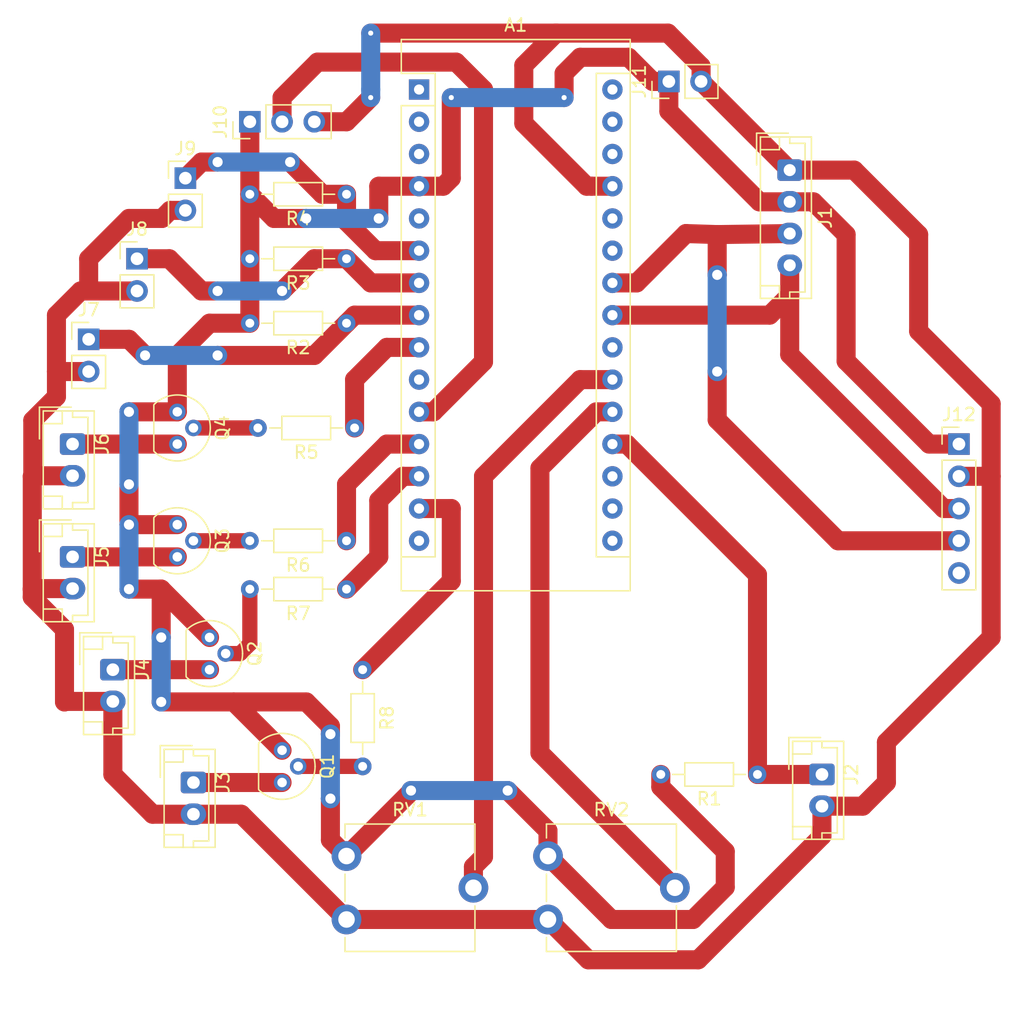
<source format=kicad_pcb>
(kicad_pcb (version 20171130) (host pcbnew 5.1.5+dfsg1-2build2)

  (general
    (thickness 1.6)
    (drawings 7)
    (tracks 225)
    (zones 0)
    (modules 27)
    (nets 40)
  )

  (page A4)
  (layers
    (0 F.Cu signal)
    (31 B.Cu signal)
    (32 B.Adhes user)
    (33 F.Adhes user)
    (34 B.Paste user)
    (35 F.Paste user)
    (36 B.SilkS user)
    (37 F.SilkS user)
    (38 B.Mask user)
    (39 F.Mask user)
    (40 Dwgs.User user)
    (41 Cmts.User user)
    (42 Eco1.User user)
    (43 Eco2.User user)
    (44 Edge.Cuts user)
    (45 Margin user)
    (46 B.CrtYd user)
    (47 F.CrtYd user)
    (48 B.Fab user)
    (49 F.Fab user)
  )

  (setup
    (last_trace_width 0.25)
    (user_trace_width 0.5)
    (user_trace_width 1)
    (user_trace_width 1)
    (user_trace_width 1.2)
    (user_trace_width 1.5)
    (user_trace_width 2)
    (trace_clearance 0.2)
    (zone_clearance 0.508)
    (zone_45_only no)
    (trace_min 0.2)
    (via_size 0.8)
    (via_drill 0.4)
    (via_min_size 0.4)
    (via_min_drill 0.3)
    (user_via 1.2 0.8)
    (user_via 1.5 0.8)
    (uvia_size 0.3)
    (uvia_drill 0.1)
    (uvias_allowed no)
    (uvia_min_size 0.2)
    (uvia_min_drill 0.1)
    (edge_width 0.1)
    (segment_width 0.2)
    (pcb_text_width 0.3)
    (pcb_text_size 1.5 1.5)
    (mod_edge_width 0.15)
    (mod_text_size 1 1)
    (mod_text_width 0.15)
    (pad_size 2 2)
    (pad_drill 1)
    (pad_to_mask_clearance 0)
    (aux_axis_origin 0 0)
    (visible_elements FFFFFF7F)
    (pcbplotparams
      (layerselection 0x00040_7fffffff)
      (usegerberextensions false)
      (usegerberattributes false)
      (usegerberadvancedattributes false)
      (creategerberjobfile false)
      (excludeedgelayer true)
      (linewidth 0.100000)
      (plotframeref false)
      (viasonmask false)
      (mode 1)
      (useauxorigin false)
      (hpglpennumber 1)
      (hpglpenspeed 20)
      (hpglpendiameter 15.000000)
      (psnegative false)
      (psa4output false)
      (plotreference true)
      (plotvalue true)
      (plotinvisibletext false)
      (padsonsilk false)
      (subtractmaskfromsilk false)
      (outputformat 1)
      (mirror false)
      (drillshape 0)
      (scaleselection 1)
      (outputdirectory "/home/giuseppe/ownCloud/orologioWS2812/Orologio/"))
  )

  (net 0 "")
  (net 1 "Net-(A1-Pad16)")
  (net 2 "Net-(A1-Pad15)")
  (net 3 "Net-(A1-Pad30)")
  (net 4 "Net-(A1-Pad14)")
  (net 5 "Net-(A1-Pad29)")
  (net 6 "Net-(A1-Pad13)")
  (net 7 "Net-(A1-Pad28)")
  (net 8 "Net-(A1-Pad12)")
  (net 9 "Net-(A1-Pad27)")
  (net 10 "Net-(A1-Pad11)")
  (net 11 "Net-(A1-Pad26)")
  (net 12 "Net-(A1-Pad10)")
  (net 13 "Net-(A1-Pad25)")
  (net 14 "Net-(A1-Pad9)")
  (net 15 "Net-(A1-Pad24)")
  (net 16 "Net-(A1-Pad8)")
  (net 17 "Net-(A1-Pad23)")
  (net 18 "Net-(A1-Pad7)")
  (net 19 "Net-(A1-Pad22)")
  (net 20 "Net-(A1-Pad6)")
  (net 21 "Net-(A1-Pad21)")
  (net 22 "Net-(A1-Pad5)")
  (net 23 "Net-(A1-Pad20)")
  (net 24 "Net-(A1-Pad4)")
  (net 25 "Net-(A1-Pad19)")
  (net 26 "Net-(A1-Pad3)")
  (net 27 "Net-(A1-Pad18)")
  (net 28 "Net-(A1-Pad2)")
  (net 29 "Net-(A1-Pad17)")
  (net 30 "Net-(A1-Pad1)")
  (net 31 "Net-(J3-Pad1)")
  (net 32 "Net-(J4-Pad1)")
  (net 33 "Net-(J5-Pad1)")
  (net 34 "Net-(J6-Pad1)")
  (net 35 "Net-(Q1-Pad2)")
  (net 36 "Net-(Q2-Pad2)")
  (net 37 "Net-(Q3-Pad2)")
  (net 38 "Net-(Q4-Pad2)")
  (net 39 "Net-(J12-Pad5)")

  (net_class Default "Questo è il gruppo di collegamenti predefinito"
    (clearance 0.2)
    (trace_width 0.25)
    (via_dia 0.8)
    (via_drill 0.4)
    (uvia_dia 0.3)
    (uvia_drill 0.1)
    (add_net "Net-(A1-Pad1)")
    (add_net "Net-(A1-Pad10)")
    (add_net "Net-(A1-Pad11)")
    (add_net "Net-(A1-Pad12)")
    (add_net "Net-(A1-Pad13)")
    (add_net "Net-(A1-Pad14)")
    (add_net "Net-(A1-Pad15)")
    (add_net "Net-(A1-Pad16)")
    (add_net "Net-(A1-Pad17)")
    (add_net "Net-(A1-Pad18)")
    (add_net "Net-(A1-Pad19)")
    (add_net "Net-(A1-Pad2)")
    (add_net "Net-(A1-Pad20)")
    (add_net "Net-(A1-Pad21)")
    (add_net "Net-(A1-Pad22)")
    (add_net "Net-(A1-Pad23)")
    (add_net "Net-(A1-Pad24)")
    (add_net "Net-(A1-Pad25)")
    (add_net "Net-(A1-Pad26)")
    (add_net "Net-(A1-Pad27)")
    (add_net "Net-(A1-Pad28)")
    (add_net "Net-(A1-Pad29)")
    (add_net "Net-(A1-Pad3)")
    (add_net "Net-(A1-Pad30)")
    (add_net "Net-(A1-Pad4)")
    (add_net "Net-(A1-Pad5)")
    (add_net "Net-(A1-Pad6)")
    (add_net "Net-(A1-Pad7)")
    (add_net "Net-(A1-Pad8)")
    (add_net "Net-(A1-Pad9)")
    (add_net "Net-(J12-Pad5)")
    (add_net "Net-(J3-Pad1)")
    (add_net "Net-(J4-Pad1)")
    (add_net "Net-(J5-Pad1)")
    (add_net "Net-(J6-Pad1)")
    (add_net "Net-(Q1-Pad2)")
    (add_net "Net-(Q2-Pad2)")
    (add_net "Net-(Q3-Pad2)")
    (add_net "Net-(Q4-Pad2)")
  )

  (module Connector_PinHeader_2.54mm:PinHeader_1x05_P2.54mm_Vertical (layer F.Cu) (tedit 59FED5CC) (tstamp 5EC37A92)
    (at 82.55 41.275)
    (descr "Through hole straight pin header, 1x05, 2.54mm pitch, single row")
    (tags "Through hole pin header THT 1x05 2.54mm single row")
    (path /5EC381A7)
    (fp_text reference J12 (at 0 -2.33) (layer F.SilkS)
      (effects (font (size 1 1) (thickness 0.15)))
    )
    (fp_text value RTC (at 0 12.49) (layer F.Fab)
      (effects (font (size 1 1) (thickness 0.15)))
    )
    (fp_text user %R (at 0 5.08 90) (layer F.Fab)
      (effects (font (size 1 1) (thickness 0.15)))
    )
    (fp_line (start 1.8 -1.8) (end -1.8 -1.8) (layer F.CrtYd) (width 0.05))
    (fp_line (start 1.8 11.95) (end 1.8 -1.8) (layer F.CrtYd) (width 0.05))
    (fp_line (start -1.8 11.95) (end 1.8 11.95) (layer F.CrtYd) (width 0.05))
    (fp_line (start -1.8 -1.8) (end -1.8 11.95) (layer F.CrtYd) (width 0.05))
    (fp_line (start -1.33 -1.33) (end 0 -1.33) (layer F.SilkS) (width 0.12))
    (fp_line (start -1.33 0) (end -1.33 -1.33) (layer F.SilkS) (width 0.12))
    (fp_line (start -1.33 1.27) (end 1.33 1.27) (layer F.SilkS) (width 0.12))
    (fp_line (start 1.33 1.27) (end 1.33 11.49) (layer F.SilkS) (width 0.12))
    (fp_line (start -1.33 1.27) (end -1.33 11.49) (layer F.SilkS) (width 0.12))
    (fp_line (start -1.33 11.49) (end 1.33 11.49) (layer F.SilkS) (width 0.12))
    (fp_line (start -1.27 -0.635) (end -0.635 -1.27) (layer F.Fab) (width 0.1))
    (fp_line (start -1.27 11.43) (end -1.27 -0.635) (layer F.Fab) (width 0.1))
    (fp_line (start 1.27 11.43) (end -1.27 11.43) (layer F.Fab) (width 0.1))
    (fp_line (start 1.27 -1.27) (end 1.27 11.43) (layer F.Fab) (width 0.1))
    (fp_line (start -0.635 -1.27) (end 1.27 -1.27) (layer F.Fab) (width 0.1))
    (pad 5 thru_hole oval (at 0 10.16) (size 1.7 1.7) (drill 1) (layers *.Cu *.Mask)
      (net 39 "Net-(J12-Pad5)"))
    (pad 4 thru_hole oval (at 0 7.62) (size 1.7 1.7) (drill 1) (layers *.Cu *.Mask)
      (net 15 "Net-(A1-Pad24)"))
    (pad 3 thru_hole oval (at 0 5.08) (size 1.7 1.7) (drill 1) (layers *.Cu *.Mask)
      (net 17 "Net-(A1-Pad23)"))
    (pad 2 thru_hole oval (at 0 2.54) (size 1.7 1.7) (drill 1) (layers *.Cu *.Mask)
      (net 9 "Net-(A1-Pad27)"))
    (pad 1 thru_hole rect (at 0 0) (size 1.7 1.7) (drill 1) (layers *.Cu *.Mask)
      (net 24 "Net-(A1-Pad4)"))
    (model ${KISYS3DMOD}/Connector_PinHeader_2.54mm.3dshapes/PinHeader_1x05_P2.54mm_Vertical.wrl
      (at (xyz 0 0 0))
      (scale (xyz 1 1 1))
      (rotate (xyz 0 0 0))
    )
  )

  (module Resistor_THT:R_Axial_DIN0204_L3.6mm_D1.6mm_P7.62mm_Horizontal (layer F.Cu) (tedit 5AE5139B) (tstamp 5EB8B5A4)
    (at 34.29 26.67 180)
    (descr "Resistor, Axial_DIN0204 series, Axial, Horizontal, pin pitch=7.62mm, 0.167W, length*diameter=3.6*1.6mm^2, http://cdn-reichelt.de/documents/datenblatt/B400/1_4W%23YAG.pdf")
    (tags "Resistor Axial_DIN0204 series Axial Horizontal pin pitch 7.62mm 0.167W length 3.6mm diameter 1.6mm")
    (path /5EBA0669)
    (fp_text reference R3 (at 3.81 -1.92) (layer F.SilkS)
      (effects (font (size 1 1) (thickness 0.15)))
    )
    (fp_text value 10K (at 3.81 1.92) (layer F.Fab)
      (effects (font (size 1 1) (thickness 0.15)))
    )
    (fp_text user %R (at 3.81 0) (layer F.Fab)
      (effects (font (size 0.72 0.72) (thickness 0.108)))
    )
    (fp_line (start 8.57 -1.05) (end -0.95 -1.05) (layer F.CrtYd) (width 0.05))
    (fp_line (start 8.57 1.05) (end 8.57 -1.05) (layer F.CrtYd) (width 0.05))
    (fp_line (start -0.95 1.05) (end 8.57 1.05) (layer F.CrtYd) (width 0.05))
    (fp_line (start -0.95 -1.05) (end -0.95 1.05) (layer F.CrtYd) (width 0.05))
    (fp_line (start 6.68 0) (end 5.73 0) (layer F.SilkS) (width 0.12))
    (fp_line (start 0.94 0) (end 1.89 0) (layer F.SilkS) (width 0.12))
    (fp_line (start 5.73 -0.92) (end 1.89 -0.92) (layer F.SilkS) (width 0.12))
    (fp_line (start 5.73 0.92) (end 5.73 -0.92) (layer F.SilkS) (width 0.12))
    (fp_line (start 1.89 0.92) (end 5.73 0.92) (layer F.SilkS) (width 0.12))
    (fp_line (start 1.89 -0.92) (end 1.89 0.92) (layer F.SilkS) (width 0.12))
    (fp_line (start 7.62 0) (end 5.61 0) (layer F.Fab) (width 0.1))
    (fp_line (start 0 0) (end 2.01 0) (layer F.Fab) (width 0.1))
    (fp_line (start 5.61 -0.8) (end 2.01 -0.8) (layer F.Fab) (width 0.1))
    (fp_line (start 5.61 0.8) (end 5.61 -0.8) (layer F.Fab) (width 0.1))
    (fp_line (start 2.01 0.8) (end 5.61 0.8) (layer F.Fab) (width 0.1))
    (fp_line (start 2.01 -0.8) (end 2.01 0.8) (layer F.Fab) (width 0.1))
    (pad 2 thru_hole oval (at 7.62 0 180) (size 1.4 1.4) (drill 0.7) (layers *.Cu *.Mask)
      (net 24 "Net-(A1-Pad4)"))
    (pad 1 thru_hole circle (at 0 0 180) (size 1.4 1.4) (drill 0.7) (layers *.Cu *.Mask)
      (net 18 "Net-(A1-Pad7)"))
    (model ${KISYS3DMOD}/Resistor_THT.3dshapes/R_Axial_DIN0204_L3.6mm_D1.6mm_P7.62mm_Horizontal.wrl
      (at (xyz 0 0 0))
      (scale (xyz 1 1 1))
      (rotate (xyz 0 0 0))
    )
  )

  (module Resistor_THT:R_Axial_DIN0204_L3.6mm_D1.6mm_P7.62mm_Horizontal (layer F.Cu) (tedit 5AE5139B) (tstamp 5EB8B508)
    (at 34.29 21.59 180)
    (descr "Resistor, Axial_DIN0204 series, Axial, Horizontal, pin pitch=7.62mm, 0.167W, length*diameter=3.6*1.6mm^2, http://cdn-reichelt.de/documents/datenblatt/B400/1_4W%23YAG.pdf")
    (tags "Resistor Axial_DIN0204 series Axial Horizontal pin pitch 7.62mm 0.167W length 3.6mm diameter 1.6mm")
    (path /5EB9FDE0)
    (fp_text reference R4 (at 3.81 -1.92) (layer F.SilkS)
      (effects (font (size 1 1) (thickness 0.15)))
    )
    (fp_text value 10K (at 3.81 1.92) (layer F.Fab)
      (effects (font (size 1 1) (thickness 0.15)))
    )
    (fp_text user %R (at 3.81 0) (layer F.Fab)
      (effects (font (size 0.72 0.72) (thickness 0.108)))
    )
    (fp_line (start 8.57 -1.05) (end -0.95 -1.05) (layer F.CrtYd) (width 0.05))
    (fp_line (start 8.57 1.05) (end 8.57 -1.05) (layer F.CrtYd) (width 0.05))
    (fp_line (start -0.95 1.05) (end 8.57 1.05) (layer F.CrtYd) (width 0.05))
    (fp_line (start -0.95 -1.05) (end -0.95 1.05) (layer F.CrtYd) (width 0.05))
    (fp_line (start 6.68 0) (end 5.73 0) (layer F.SilkS) (width 0.12))
    (fp_line (start 0.94 0) (end 1.89 0) (layer F.SilkS) (width 0.12))
    (fp_line (start 5.73 -0.92) (end 1.89 -0.92) (layer F.SilkS) (width 0.12))
    (fp_line (start 5.73 0.92) (end 5.73 -0.92) (layer F.SilkS) (width 0.12))
    (fp_line (start 1.89 0.92) (end 5.73 0.92) (layer F.SilkS) (width 0.12))
    (fp_line (start 1.89 -0.92) (end 1.89 0.92) (layer F.SilkS) (width 0.12))
    (fp_line (start 7.62 0) (end 5.61 0) (layer F.Fab) (width 0.1))
    (fp_line (start 0 0) (end 2.01 0) (layer F.Fab) (width 0.1))
    (fp_line (start 5.61 -0.8) (end 2.01 -0.8) (layer F.Fab) (width 0.1))
    (fp_line (start 5.61 0.8) (end 5.61 -0.8) (layer F.Fab) (width 0.1))
    (fp_line (start 2.01 0.8) (end 5.61 0.8) (layer F.Fab) (width 0.1))
    (fp_line (start 2.01 -0.8) (end 2.01 0.8) (layer F.Fab) (width 0.1))
    (pad 2 thru_hole oval (at 7.62 0 180) (size 1.4 1.4) (drill 0.7) (layers *.Cu *.Mask)
      (net 24 "Net-(A1-Pad4)"))
    (pad 1 thru_hole circle (at 0 0 180) (size 1.4 1.4) (drill 0.7) (layers *.Cu *.Mask)
      (net 20 "Net-(A1-Pad6)"))
    (model ${KISYS3DMOD}/Resistor_THT.3dshapes/R_Axial_DIN0204_L3.6mm_D1.6mm_P7.62mm_Horizontal.wrl
      (at (xyz 0 0 0))
      (scale (xyz 1 1 1))
      (rotate (xyz 0 0 0))
    )
  )

  (module Connector_PinHeader_2.54mm:PinHeader_1x02_P2.54mm_Vertical (layer F.Cu) (tedit 59FED5CC) (tstamp 5EC1CE01)
    (at 59.69 12.7 90)
    (descr "Through hole straight pin header, 1x02, 2.54mm pitch, single row")
    (tags "Through hole pin header THT 1x02 2.54mm single row")
    (path /5EC1DC7C)
    (fp_text reference J11 (at 0 -2.33 90) (layer F.SilkS)
      (effects (font (size 1 1) (thickness 0.15)))
    )
    (fp_text value Power (at 0 4.87 90) (layer F.Fab)
      (effects (font (size 1 1) (thickness 0.15)))
    )
    (fp_text user %R (at 0 1.27) (layer F.Fab)
      (effects (font (size 1 1) (thickness 0.15)))
    )
    (fp_line (start 1.8 -1.8) (end -1.8 -1.8) (layer F.CrtYd) (width 0.05))
    (fp_line (start 1.8 4.35) (end 1.8 -1.8) (layer F.CrtYd) (width 0.05))
    (fp_line (start -1.8 4.35) (end 1.8 4.35) (layer F.CrtYd) (width 0.05))
    (fp_line (start -1.8 -1.8) (end -1.8 4.35) (layer F.CrtYd) (width 0.05))
    (fp_line (start -1.33 -1.33) (end 0 -1.33) (layer F.SilkS) (width 0.12))
    (fp_line (start -1.33 0) (end -1.33 -1.33) (layer F.SilkS) (width 0.12))
    (fp_line (start -1.33 1.27) (end 1.33 1.27) (layer F.SilkS) (width 0.12))
    (fp_line (start 1.33 1.27) (end 1.33 3.87) (layer F.SilkS) (width 0.12))
    (fp_line (start -1.33 1.27) (end -1.33 3.87) (layer F.SilkS) (width 0.12))
    (fp_line (start -1.33 3.87) (end 1.33 3.87) (layer F.SilkS) (width 0.12))
    (fp_line (start -1.27 -0.635) (end -0.635 -1.27) (layer F.Fab) (width 0.1))
    (fp_line (start -1.27 3.81) (end -1.27 -0.635) (layer F.Fab) (width 0.1))
    (fp_line (start 1.27 3.81) (end -1.27 3.81) (layer F.Fab) (width 0.1))
    (fp_line (start 1.27 -1.27) (end 1.27 3.81) (layer F.Fab) (width 0.1))
    (fp_line (start -0.635 -1.27) (end 1.27 -1.27) (layer F.Fab) (width 0.1))
    (pad 2 thru_hole oval (at 0 2.54 90) (size 1.7 1.7) (drill 1) (layers *.Cu *.Mask)
      (net 9 "Net-(A1-Pad27)"))
    (pad 1 thru_hole rect (at 0 0 90) (size 1.7 1.7) (drill 1) (layers *.Cu *.Mask)
      (net 24 "Net-(A1-Pad4)"))
    (model ${KISYS3DMOD}/Connector_PinHeader_2.54mm.3dshapes/PinHeader_1x02_P2.54mm_Vertical.wrl
      (at (xyz 0 0 0))
      (scale (xyz 1 1 1))
      (rotate (xyz 0 0 0))
    )
  )

  (module Connector_JST:JST_EH_B4B-EH-A_1x04_P2.50mm_Vertical (layer F.Cu) (tedit 5C28142C) (tstamp 5EC25D90)
    (at 69.215 19.685 270)
    (descr "JST EH series connector, B4B-EH-A (http://www.jst-mfg.com/product/pdf/eng/eEH.pdf), generated with kicad-footprint-generator")
    (tags "connector JST EH vertical")
    (path /5EC6C999)
    (fp_text reference J1 (at 3.75 -2.8 90) (layer F.SilkS)
      (effects (font (size 1 1) (thickness 0.15)))
    )
    (fp_text value BME280 (at 3.75 3.4 90) (layer F.Fab)
      (effects (font (size 1 1) (thickness 0.15)))
    )
    (fp_text user %R (at 3.75 1.5 90) (layer F.Fab)
      (effects (font (size 1 1) (thickness 0.15)))
    )
    (fp_line (start -2.91 2.61) (end -0.41 2.61) (layer F.Fab) (width 0.1))
    (fp_line (start -2.91 0.11) (end -2.91 2.61) (layer F.Fab) (width 0.1))
    (fp_line (start -2.91 2.61) (end -0.41 2.61) (layer F.SilkS) (width 0.12))
    (fp_line (start -2.91 0.11) (end -2.91 2.61) (layer F.SilkS) (width 0.12))
    (fp_line (start 9.11 0.81) (end 9.11 2.31) (layer F.SilkS) (width 0.12))
    (fp_line (start 10.11 0.81) (end 9.11 0.81) (layer F.SilkS) (width 0.12))
    (fp_line (start -1.61 0.81) (end -1.61 2.31) (layer F.SilkS) (width 0.12))
    (fp_line (start -2.61 0.81) (end -1.61 0.81) (layer F.SilkS) (width 0.12))
    (fp_line (start 9.61 0) (end 10.11 0) (layer F.SilkS) (width 0.12))
    (fp_line (start 9.61 -1.21) (end 9.61 0) (layer F.SilkS) (width 0.12))
    (fp_line (start -2.11 -1.21) (end 9.61 -1.21) (layer F.SilkS) (width 0.12))
    (fp_line (start -2.11 0) (end -2.11 -1.21) (layer F.SilkS) (width 0.12))
    (fp_line (start -2.61 0) (end -2.11 0) (layer F.SilkS) (width 0.12))
    (fp_line (start 10.11 -1.71) (end -2.61 -1.71) (layer F.SilkS) (width 0.12))
    (fp_line (start 10.11 2.31) (end 10.11 -1.71) (layer F.SilkS) (width 0.12))
    (fp_line (start -2.61 2.31) (end 10.11 2.31) (layer F.SilkS) (width 0.12))
    (fp_line (start -2.61 -1.71) (end -2.61 2.31) (layer F.SilkS) (width 0.12))
    (fp_line (start 10.5 -2.1) (end -3 -2.1) (layer F.CrtYd) (width 0.05))
    (fp_line (start 10.5 2.7) (end 10.5 -2.1) (layer F.CrtYd) (width 0.05))
    (fp_line (start -3 2.7) (end 10.5 2.7) (layer F.CrtYd) (width 0.05))
    (fp_line (start -3 -2.1) (end -3 2.7) (layer F.CrtYd) (width 0.05))
    (fp_line (start 10 -1.6) (end -2.5 -1.6) (layer F.Fab) (width 0.1))
    (fp_line (start 10 2.2) (end 10 -1.6) (layer F.Fab) (width 0.1))
    (fp_line (start -2.5 2.2) (end 10 2.2) (layer F.Fab) (width 0.1))
    (fp_line (start -2.5 -1.6) (end -2.5 2.2) (layer F.Fab) (width 0.1))
    (pad 4 thru_hole oval (at 7.5 0 270) (size 1.7 1.95) (drill 0.95) (layers *.Cu *.Mask)
      (net 17 "Net-(A1-Pad23)"))
    (pad 3 thru_hole oval (at 5 0 270) (size 1.7 1.95) (drill 0.95) (layers *.Cu *.Mask)
      (net 15 "Net-(A1-Pad24)"))
    (pad 2 thru_hole oval (at 2.5 0 270) (size 1.7 1.95) (drill 0.95) (layers *.Cu *.Mask)
      (net 24 "Net-(A1-Pad4)"))
    (pad 1 thru_hole roundrect (at 0 0 270) (size 1.7 1.95) (drill 0.95) (layers *.Cu *.Mask) (roundrect_rratio 0.147059)
      (net 9 "Net-(A1-Pad27)"))
    (model ${KISYS3DMOD}/Connector_JST.3dshapes/JST_EH_B4B-EH-A_1x04_P2.50mm_Vertical.wrl
      (at (xyz 0 0 0))
      (scale (xyz 1 1 1))
      (rotate (xyz 0 0 0))
    )
  )

  (module Resistor_THT:R_Axial_DIN0204_L3.6mm_D1.6mm_P7.62mm_Horizontal (layer F.Cu) (tedit 5AE5139B) (tstamp 5EC38489)
    (at 66.675 67.31 180)
    (descr "Resistor, Axial_DIN0204 series, Axial, Horizontal, pin pitch=7.62mm, 0.167W, length*diameter=3.6*1.6mm^2, http://cdn-reichelt.de/documents/datenblatt/B400/1_4W%23YAG.pdf")
    (tags "Resistor Axial_DIN0204 series Axial Horizontal pin pitch 7.62mm 0.167W length 3.6mm diameter 1.6mm")
    (path /5EB81EC7)
    (fp_text reference R1 (at 3.81 -1.92) (layer F.SilkS)
      (effects (font (size 1 1) (thickness 0.15)))
    )
    (fp_text value 100K (at 3.81 1.92) (layer F.Fab)
      (effects (font (size 1 1) (thickness 0.15)))
    )
    (fp_text user %R (at 3.81 0) (layer F.Fab)
      (effects (font (size 0.72 0.72) (thickness 0.108)))
    )
    (fp_line (start 8.57 -1.05) (end -0.95 -1.05) (layer F.CrtYd) (width 0.05))
    (fp_line (start 8.57 1.05) (end 8.57 -1.05) (layer F.CrtYd) (width 0.05))
    (fp_line (start -0.95 1.05) (end 8.57 1.05) (layer F.CrtYd) (width 0.05))
    (fp_line (start -0.95 -1.05) (end -0.95 1.05) (layer F.CrtYd) (width 0.05))
    (fp_line (start 6.68 0) (end 5.73 0) (layer F.SilkS) (width 0.12))
    (fp_line (start 0.94 0) (end 1.89 0) (layer F.SilkS) (width 0.12))
    (fp_line (start 5.73 -0.92) (end 1.89 -0.92) (layer F.SilkS) (width 0.12))
    (fp_line (start 5.73 0.92) (end 5.73 -0.92) (layer F.SilkS) (width 0.12))
    (fp_line (start 1.89 0.92) (end 5.73 0.92) (layer F.SilkS) (width 0.12))
    (fp_line (start 1.89 -0.92) (end 1.89 0.92) (layer F.SilkS) (width 0.12))
    (fp_line (start 7.62 0) (end 5.61 0) (layer F.Fab) (width 0.1))
    (fp_line (start 0 0) (end 2.01 0) (layer F.Fab) (width 0.1))
    (fp_line (start 5.61 -0.8) (end 2.01 -0.8) (layer F.Fab) (width 0.1))
    (fp_line (start 5.61 0.8) (end 5.61 -0.8) (layer F.Fab) (width 0.1))
    (fp_line (start 2.01 0.8) (end 5.61 0.8) (layer F.Fab) (width 0.1))
    (fp_line (start 2.01 -0.8) (end 2.01 0.8) (layer F.Fab) (width 0.1))
    (pad 2 thru_hole oval (at 7.62 0 180) (size 1.4 1.4) (drill 0.7) (layers *.Cu *.Mask)
      (net 24 "Net-(A1-Pad4)"))
    (pad 1 thru_hole circle (at 0 0 180) (size 1.4 1.4) (drill 0.7) (layers *.Cu *.Mask)
      (net 25 "Net-(A1-Pad19)"))
    (model ${KISYS3DMOD}/Resistor_THT.3dshapes/R_Axial_DIN0204_L3.6mm_D1.6mm_P7.62mm_Horizontal.wrl
      (at (xyz 0 0 0))
      (scale (xyz 1 1 1))
      (rotate (xyz 0 0 0))
    )
  )

  (module Resistor_THT:R_Axial_DIN0204_L3.6mm_D1.6mm_P7.62mm_Horizontal (layer F.Cu) (tedit 5AE5139B) (tstamp 5EB86310)
    (at 34.29 52.705 180)
    (descr "Resistor, Axial_DIN0204 series, Axial, Horizontal, pin pitch=7.62mm, 0.167W, length*diameter=3.6*1.6mm^2, http://cdn-reichelt.de/documents/datenblatt/B400/1_4W%23YAG.pdf")
    (tags "Resistor Axial_DIN0204 series Axial Horizontal pin pitch 7.62mm 0.167W length 3.6mm diameter 1.6mm")
    (path /5EB91E4B)
    (fp_text reference R7 (at 3.81 -1.92) (layer F.SilkS)
      (effects (font (size 1 1) (thickness 0.15)))
    )
    (fp_text value 1000 (at 3.81 1.92) (layer F.Fab)
      (effects (font (size 1 1) (thickness 0.15)))
    )
    (fp_text user %R (at 3.81 0) (layer F.Fab)
      (effects (font (size 0.72 0.72) (thickness 0.108)))
    )
    (fp_line (start 8.57 -1.05) (end -0.95 -1.05) (layer F.CrtYd) (width 0.05))
    (fp_line (start 8.57 1.05) (end 8.57 -1.05) (layer F.CrtYd) (width 0.05))
    (fp_line (start -0.95 1.05) (end 8.57 1.05) (layer F.CrtYd) (width 0.05))
    (fp_line (start -0.95 -1.05) (end -0.95 1.05) (layer F.CrtYd) (width 0.05))
    (fp_line (start 6.68 0) (end 5.73 0) (layer F.SilkS) (width 0.12))
    (fp_line (start 0.94 0) (end 1.89 0) (layer F.SilkS) (width 0.12))
    (fp_line (start 5.73 -0.92) (end 1.89 -0.92) (layer F.SilkS) (width 0.12))
    (fp_line (start 5.73 0.92) (end 5.73 -0.92) (layer F.SilkS) (width 0.12))
    (fp_line (start 1.89 0.92) (end 5.73 0.92) (layer F.SilkS) (width 0.12))
    (fp_line (start 1.89 -0.92) (end 1.89 0.92) (layer F.SilkS) (width 0.12))
    (fp_line (start 7.62 0) (end 5.61 0) (layer F.Fab) (width 0.1))
    (fp_line (start 0 0) (end 2.01 0) (layer F.Fab) (width 0.1))
    (fp_line (start 5.61 -0.8) (end 2.01 -0.8) (layer F.Fab) (width 0.1))
    (fp_line (start 5.61 0.8) (end 5.61 -0.8) (layer F.Fab) (width 0.1))
    (fp_line (start 2.01 0.8) (end 5.61 0.8) (layer F.Fab) (width 0.1))
    (fp_line (start 2.01 -0.8) (end 2.01 0.8) (layer F.Fab) (width 0.1))
    (pad 2 thru_hole oval (at 7.62 0 180) (size 1.4 1.4) (drill 0.7) (layers *.Cu *.Mask)
      (net 36 "Net-(Q2-Pad2)"))
    (pad 1 thru_hole circle (at 0 0 180) (size 1.4 1.4) (drill 0.7) (layers *.Cu *.Mask)
      (net 6 "Net-(A1-Pad13)"))
    (model ${KISYS3DMOD}/Resistor_THT.3dshapes/R_Axial_DIN0204_L3.6mm_D1.6mm_P7.62mm_Horizontal.wrl
      (at (xyz 0 0 0))
      (scale (xyz 1 1 1))
      (rotate (xyz 0 0 0))
    )
  )

  (module Package_TO_SOT_THT:TO-92 (layer F.Cu) (tedit 5EBE7717) (tstamp 5EB86270)
    (at 20.955 38.735 270)
    (descr "TO-92 leads molded, narrow, drill 0.75mm (see NXP sot054_po.pdf)")
    (tags "to-92 sc-43 sc-43a sot54 PA33 transistor")
    (path /5EB8CC9F)
    (fp_text reference Q4 (at 1.27 -3.56 270) (layer F.SilkS)
      (effects (font (size 1 1) (thickness 0.15)))
    )
    (fp_text value 2N2219 (at 1.27 2.79 270) (layer F.Fab)
      (effects (font (size 1 1) (thickness 0.15)))
    )
    (fp_arc (start 1.27 0) (end 1.27 -2.6) (angle 135) (layer F.SilkS) (width 0.12))
    (fp_arc (start 1.27 0) (end 1.27 -2.48) (angle -135) (layer F.Fab) (width 0.1))
    (fp_arc (start 1.27 0) (end 1.27 -2.6) (angle -135) (layer F.SilkS) (width 0.12))
    (fp_arc (start 1.27 0) (end 1.27 -2.48) (angle 135) (layer F.Fab) (width 0.1))
    (fp_line (start 4 2.01) (end -1.46 2.01) (layer F.CrtYd) (width 0.05))
    (fp_line (start 4 2.01) (end 4 -2.73) (layer F.CrtYd) (width 0.05))
    (fp_line (start -1.46 -2.73) (end -1.46 2.01) (layer F.CrtYd) (width 0.05))
    (fp_line (start -1.46 -2.73) (end 4 -2.73) (layer F.CrtYd) (width 0.05))
    (fp_line (start -0.5 1.75) (end 3 1.75) (layer F.Fab) (width 0.1))
    (fp_line (start -0.53 1.85) (end 3.07 1.85) (layer F.SilkS) (width 0.12))
    (fp_text user %R (at 1.27 -3.56 270) (layer F.Fab)
      (effects (font (size 1 1) (thickness 0.15)))
    )
    (pad 1 thru_hole circle (at 0 0) (size 1.3 1.3) (drill 0.75) (layers *.Cu *.Mask)
      (net 24 "Net-(A1-Pad4)"))
    (pad 3 thru_hole circle (at 2.54 0) (size 1.3 1.3) (drill 0.75) (layers *.Cu *.Mask)
      (net 34 "Net-(J6-Pad1)"))
    (pad 2 thru_hole circle (at 1.27 -1.27) (size 1.3 1.3) (drill 0.75) (layers *.Cu *.Mask)
      (net 38 "Net-(Q4-Pad2)"))
    (model ${KISYS3DMOD}/Package_TO_SOT_THT.3dshapes/TO-92.wrl
      (at (xyz 0 0 0))
      (scale (xyz 1 1 1))
      (rotate (xyz 0 0 0))
    )
  )

  (module Connector_JST:JST_EH_B2B-EH-A_1x02_P2.50mm_Vertical (layer F.Cu) (tedit 5C28142C) (tstamp 5EC38361)
    (at 71.755 67.31 270)
    (descr "JST EH series connector, B2B-EH-A (http://www.jst-mfg.com/product/pdf/eng/eEH.pdf), generated with kicad-footprint-generator")
    (tags "connector JST EH vertical")
    (path /5EB835F3)
    (fp_text reference J2 (at 0 -2.33 90) (layer F.SilkS)
      (effects (font (size 1 1) (thickness 0.15)))
    )
    (fp_text value Photoresistor (at 0 4.87 90) (layer F.Fab)
      (effects (font (size 1 1) (thickness 0.15)))
    )
    (fp_text user %R (at 0 1.27 270) (layer F.Fab)
      (effects (font (size 1 1) (thickness 0.15)))
    )
    (fp_line (start -2.91 2.61) (end -0.41 2.61) (layer F.Fab) (width 0.1))
    (fp_line (start -2.91 0.11) (end -2.91 2.61) (layer F.Fab) (width 0.1))
    (fp_line (start -2.91 2.61) (end -0.41 2.61) (layer F.SilkS) (width 0.12))
    (fp_line (start -2.91 0.11) (end -2.91 2.61) (layer F.SilkS) (width 0.12))
    (fp_line (start 4.11 0.81) (end 4.11 2.31) (layer F.SilkS) (width 0.12))
    (fp_line (start 5.11 0.81) (end 4.11 0.81) (layer F.SilkS) (width 0.12))
    (fp_line (start -1.61 0.81) (end -1.61 2.31) (layer F.SilkS) (width 0.12))
    (fp_line (start -2.61 0.81) (end -1.61 0.81) (layer F.SilkS) (width 0.12))
    (fp_line (start 4.61 0) (end 5.11 0) (layer F.SilkS) (width 0.12))
    (fp_line (start 4.61 -1.21) (end 4.61 0) (layer F.SilkS) (width 0.12))
    (fp_line (start -2.11 -1.21) (end 4.61 -1.21) (layer F.SilkS) (width 0.12))
    (fp_line (start -2.11 0) (end -2.11 -1.21) (layer F.SilkS) (width 0.12))
    (fp_line (start -2.61 0) (end -2.11 0) (layer F.SilkS) (width 0.12))
    (fp_line (start 5.11 -1.71) (end -2.61 -1.71) (layer F.SilkS) (width 0.12))
    (fp_line (start 5.11 2.31) (end 5.11 -1.71) (layer F.SilkS) (width 0.12))
    (fp_line (start -2.61 2.31) (end 5.11 2.31) (layer F.SilkS) (width 0.12))
    (fp_line (start -2.61 -1.71) (end -2.61 2.31) (layer F.SilkS) (width 0.12))
    (fp_line (start 5.5 -2.1) (end -3 -2.1) (layer F.CrtYd) (width 0.05))
    (fp_line (start 5.5 2.7) (end 5.5 -2.1) (layer F.CrtYd) (width 0.05))
    (fp_line (start -3 2.7) (end 5.5 2.7) (layer F.CrtYd) (width 0.05))
    (fp_line (start -3 -2.1) (end -3 2.7) (layer F.CrtYd) (width 0.05))
    (fp_line (start 5 -1.6) (end -2.5 -1.6) (layer F.Fab) (width 0.1))
    (fp_line (start 5 2.2) (end 5 -1.6) (layer F.Fab) (width 0.1))
    (fp_line (start -2.5 2.2) (end 5 2.2) (layer F.Fab) (width 0.1))
    (fp_line (start -2.5 -1.6) (end -2.5 2.2) (layer F.Fab) (width 0.1))
    (pad 2 thru_hole oval (at 2.5 0 270) (size 1.7 2) (drill 1) (layers *.Cu *.Mask)
      (net 9 "Net-(A1-Pad27)"))
    (pad 1 thru_hole roundrect (at 0 0 270) (size 1.7 2) (drill 1) (layers *.Cu *.Mask) (roundrect_rratio 0.147059)
      (net 25 "Net-(A1-Pad19)"))
    (model ${KISYS3DMOD}/Connector_JST.3dshapes/JST_EH_B2B-EH-A_1x02_P2.50mm_Vertical.wrl
      (at (xyz 0 0 0))
      (scale (xyz 1 1 1))
      (rotate (xyz 0 0 0))
    )
  )

  (module Resistor_THT:R_Axial_DIN0204_L3.6mm_D1.6mm_P7.62mm_Horizontal (layer F.Cu) (tedit 5AE5139B) (tstamp 5EB8B827)
    (at 34.29 48.895 180)
    (descr "Resistor, Axial_DIN0204 series, Axial, Horizontal, pin pitch=7.62mm, 0.167W, length*diameter=3.6*1.6mm^2, http://cdn-reichelt.de/documents/datenblatt/B400/1_4W%23YAG.pdf")
    (tags "Resistor Axial_DIN0204 series Axial Horizontal pin pitch 7.62mm 0.167W length 3.6mm diameter 1.6mm")
    (path /5EB91A42)
    (fp_text reference R6 (at 3.81 -1.92) (layer F.SilkS)
      (effects (font (size 1 1) (thickness 0.15)))
    )
    (fp_text value 1000 (at 3.81 1.92) (layer F.Fab)
      (effects (font (size 1 1) (thickness 0.15)))
    )
    (fp_text user %R (at 3.81 0) (layer F.Fab)
      (effects (font (size 0.72 0.72) (thickness 0.108)))
    )
    (fp_line (start 8.57 -1.05) (end -0.95 -1.05) (layer F.CrtYd) (width 0.05))
    (fp_line (start 8.57 1.05) (end 8.57 -1.05) (layer F.CrtYd) (width 0.05))
    (fp_line (start -0.95 1.05) (end 8.57 1.05) (layer F.CrtYd) (width 0.05))
    (fp_line (start -0.95 -1.05) (end -0.95 1.05) (layer F.CrtYd) (width 0.05))
    (fp_line (start 6.68 0) (end 5.73 0) (layer F.SilkS) (width 0.12))
    (fp_line (start 0.94 0) (end 1.89 0) (layer F.SilkS) (width 0.12))
    (fp_line (start 5.73 -0.92) (end 1.89 -0.92) (layer F.SilkS) (width 0.12))
    (fp_line (start 5.73 0.92) (end 5.73 -0.92) (layer F.SilkS) (width 0.12))
    (fp_line (start 1.89 0.92) (end 5.73 0.92) (layer F.SilkS) (width 0.12))
    (fp_line (start 1.89 -0.92) (end 1.89 0.92) (layer F.SilkS) (width 0.12))
    (fp_line (start 7.62 0) (end 5.61 0) (layer F.Fab) (width 0.1))
    (fp_line (start 0 0) (end 2.01 0) (layer F.Fab) (width 0.1))
    (fp_line (start 5.61 -0.8) (end 2.01 -0.8) (layer F.Fab) (width 0.1))
    (fp_line (start 5.61 0.8) (end 5.61 -0.8) (layer F.Fab) (width 0.1))
    (fp_line (start 2.01 0.8) (end 5.61 0.8) (layer F.Fab) (width 0.1))
    (fp_line (start 2.01 -0.8) (end 2.01 0.8) (layer F.Fab) (width 0.1))
    (pad 2 thru_hole oval (at 7.62 0 180) (size 1.4 1.4) (drill 0.7) (layers *.Cu *.Mask)
      (net 37 "Net-(Q3-Pad2)"))
    (pad 1 thru_hole circle (at 0 0 180) (size 1.4 1.4) (drill 0.7) (layers *.Cu *.Mask)
      (net 8 "Net-(A1-Pad12)"))
    (model ${KISYS3DMOD}/Resistor_THT.3dshapes/R_Axial_DIN0204_L3.6mm_D1.6mm_P7.62mm_Horizontal.wrl
      (at (xyz 0 0 0))
      (scale (xyz 1 1 1))
      (rotate (xyz 0 0 0))
    )
  )

  (module Module:Arduino_Nano (layer F.Cu) (tedit 58ACAF70) (tstamp 5EB85CEF)
    (at 40.005 13.335)
    (descr "Arduino Nano, http://www.mouser.com/pdfdocs/Gravitech_Arduino_Nano3_0.pdf")
    (tags "Arduino Nano")
    (path /5EB808A2)
    (fp_text reference A1 (at 7.62 -5.08) (layer F.SilkS)
      (effects (font (size 1 1) (thickness 0.15)))
    )
    (fp_text value Arduino_Nano_v3.x (at 8.89 19.05 90) (layer F.Fab)
      (effects (font (size 1 1) (thickness 0.15)))
    )
    (fp_line (start 16.75 42.16) (end -1.53 42.16) (layer F.CrtYd) (width 0.05))
    (fp_line (start 16.75 42.16) (end 16.75 -4.06) (layer F.CrtYd) (width 0.05))
    (fp_line (start -1.53 -4.06) (end -1.53 42.16) (layer F.CrtYd) (width 0.05))
    (fp_line (start -1.53 -4.06) (end 16.75 -4.06) (layer F.CrtYd) (width 0.05))
    (fp_line (start 16.51 -3.81) (end 16.51 39.37) (layer F.Fab) (width 0.1))
    (fp_line (start 0 -3.81) (end 16.51 -3.81) (layer F.Fab) (width 0.1))
    (fp_line (start -1.27 -2.54) (end 0 -3.81) (layer F.Fab) (width 0.1))
    (fp_line (start -1.27 39.37) (end -1.27 -2.54) (layer F.Fab) (width 0.1))
    (fp_line (start 16.51 39.37) (end -1.27 39.37) (layer F.Fab) (width 0.1))
    (fp_line (start 16.64 -3.94) (end -1.4 -3.94) (layer F.SilkS) (width 0.12))
    (fp_line (start 16.64 39.5) (end 16.64 -3.94) (layer F.SilkS) (width 0.12))
    (fp_line (start -1.4 39.5) (end 16.64 39.5) (layer F.SilkS) (width 0.12))
    (fp_line (start 3.81 41.91) (end 3.81 31.75) (layer F.Fab) (width 0.1))
    (fp_line (start 11.43 41.91) (end 3.81 41.91) (layer F.Fab) (width 0.1))
    (fp_line (start 11.43 31.75) (end 11.43 41.91) (layer F.Fab) (width 0.1))
    (fp_line (start 3.81 31.75) (end 11.43 31.75) (layer F.Fab) (width 0.1))
    (fp_line (start 1.27 36.83) (end -1.4 36.83) (layer F.SilkS) (width 0.12))
    (fp_line (start 1.27 1.27) (end 1.27 36.83) (layer F.SilkS) (width 0.12))
    (fp_line (start 1.27 1.27) (end -1.4 1.27) (layer F.SilkS) (width 0.12))
    (fp_line (start 13.97 36.83) (end 16.64 36.83) (layer F.SilkS) (width 0.12))
    (fp_line (start 13.97 -1.27) (end 13.97 36.83) (layer F.SilkS) (width 0.12))
    (fp_line (start 13.97 -1.27) (end 16.64 -1.27) (layer F.SilkS) (width 0.12))
    (fp_line (start -1.4 -3.94) (end -1.4 -1.27) (layer F.SilkS) (width 0.12))
    (fp_line (start -1.4 1.27) (end -1.4 39.5) (layer F.SilkS) (width 0.12))
    (fp_line (start 1.27 -1.27) (end -1.4 -1.27) (layer F.SilkS) (width 0.12))
    (fp_line (start 1.27 1.27) (end 1.27 -1.27) (layer F.SilkS) (width 0.12))
    (fp_text user %R (at 6.35 19.05 90) (layer F.Fab)
      (effects (font (size 1 1) (thickness 0.15)))
    )
    (pad 16 thru_hole oval (at 15.24 35.56) (size 1.6 1.6) (drill 0.8) (layers *.Cu *.Mask)
      (net 1 "Net-(A1-Pad16)"))
    (pad 15 thru_hole oval (at 0 35.56) (size 1.6 1.6) (drill 0.8) (layers *.Cu *.Mask)
      (net 2 "Net-(A1-Pad15)"))
    (pad 30 thru_hole oval (at 15.24 0) (size 1.6 1.6) (drill 0.8) (layers *.Cu *.Mask)
      (net 3 "Net-(A1-Pad30)"))
    (pad 14 thru_hole oval (at 0 33.02) (size 1.6 1.6) (drill 0.8) (layers *.Cu *.Mask)
      (net 4 "Net-(A1-Pad14)"))
    (pad 29 thru_hole oval (at 15.24 2.54) (size 1.6 1.6) (drill 0.8) (layers *.Cu *.Mask)
      (net 5 "Net-(A1-Pad29)"))
    (pad 13 thru_hole oval (at 0 30.48) (size 1.6 1.6) (drill 0.8) (layers *.Cu *.Mask)
      (net 6 "Net-(A1-Pad13)"))
    (pad 28 thru_hole oval (at 15.24 5.08) (size 1.6 1.6) (drill 0.8) (layers *.Cu *.Mask)
      (net 7 "Net-(A1-Pad28)"))
    (pad 12 thru_hole oval (at 0 27.94) (size 1.6 1.6) (drill 0.8) (layers *.Cu *.Mask)
      (net 8 "Net-(A1-Pad12)"))
    (pad 27 thru_hole oval (at 15.24 7.62) (size 1.6 1.6) (drill 0.8) (layers *.Cu *.Mask)
      (net 9 "Net-(A1-Pad27)"))
    (pad 11 thru_hole oval (at 0 25.4) (size 1.6 1.6) (drill 0.8) (layers *.Cu *.Mask)
      (net 10 "Net-(A1-Pad11)"))
    (pad 26 thru_hole oval (at 15.24 10.16) (size 1.6 1.6) (drill 0.8) (layers *.Cu *.Mask)
      (net 11 "Net-(A1-Pad26)"))
    (pad 10 thru_hole oval (at 0 22.86) (size 1.6 1.6) (drill 0.8) (layers *.Cu *.Mask)
      (net 12 "Net-(A1-Pad10)"))
    (pad 25 thru_hole oval (at 15.24 12.7) (size 1.6 1.6) (drill 0.8) (layers *.Cu *.Mask)
      (net 13 "Net-(A1-Pad25)"))
    (pad 9 thru_hole oval (at 0 20.32) (size 1.6 1.6) (drill 0.8) (layers *.Cu *.Mask)
      (net 14 "Net-(A1-Pad9)"))
    (pad 24 thru_hole oval (at 15.24 15.24) (size 1.6 1.6) (drill 0.8) (layers *.Cu *.Mask)
      (net 15 "Net-(A1-Pad24)"))
    (pad 8 thru_hole oval (at 0 17.78) (size 1.6 1.6) (drill 0.8) (layers *.Cu *.Mask)
      (net 16 "Net-(A1-Pad8)"))
    (pad 23 thru_hole oval (at 15.24 17.78) (size 1.6 1.6) (drill 0.8) (layers *.Cu *.Mask)
      (net 17 "Net-(A1-Pad23)"))
    (pad 7 thru_hole oval (at 0 15.24) (size 1.6 1.6) (drill 0.8) (layers *.Cu *.Mask)
      (net 18 "Net-(A1-Pad7)"))
    (pad 22 thru_hole oval (at 15.24 20.32) (size 1.6 1.6) (drill 0.8) (layers *.Cu *.Mask)
      (net 19 "Net-(A1-Pad22)"))
    (pad 6 thru_hole oval (at 0 12.7) (size 1.6 1.6) (drill 0.8) (layers *.Cu *.Mask)
      (net 20 "Net-(A1-Pad6)"))
    (pad 21 thru_hole oval (at 15.24 22.86) (size 1.6 1.6) (drill 0.8) (layers *.Cu *.Mask)
      (net 21 "Net-(A1-Pad21)"))
    (pad 5 thru_hole oval (at 0 10.16) (size 1.6 1.6) (drill 0.8) (layers *.Cu *.Mask)
      (net 22 "Net-(A1-Pad5)"))
    (pad 20 thru_hole oval (at 15.24 25.4) (size 1.6 1.6) (drill 0.8) (layers *.Cu *.Mask)
      (net 23 "Net-(A1-Pad20)"))
    (pad 4 thru_hole oval (at 0 7.62) (size 1.6 1.6) (drill 0.8) (layers *.Cu *.Mask)
      (net 24 "Net-(A1-Pad4)"))
    (pad 19 thru_hole oval (at 15.24 27.94) (size 1.6 1.6) (drill 0.8) (layers *.Cu *.Mask)
      (net 25 "Net-(A1-Pad19)"))
    (pad 3 thru_hole oval (at 0 5.08) (size 1.6 1.6) (drill 0.8) (layers *.Cu *.Mask)
      (net 26 "Net-(A1-Pad3)"))
    (pad 18 thru_hole oval (at 15.24 30.48) (size 1.6 1.6) (drill 0.8) (layers *.Cu *.Mask)
      (net 27 "Net-(A1-Pad18)"))
    (pad 2 thru_hole oval (at 0 2.54) (size 1.6 1.6) (drill 0.8) (layers *.Cu *.Mask)
      (net 28 "Net-(A1-Pad2)"))
    (pad 17 thru_hole oval (at 15.24 33.02) (size 1.6 1.6) (drill 0.8) (layers *.Cu *.Mask)
      (net 29 "Net-(A1-Pad17)"))
    (pad 1 thru_hole rect (at 0 0) (size 1.6 1.6) (drill 0.8) (layers *.Cu *.Mask)
      (net 30 "Net-(A1-Pad1)"))
    (model ${KISYS3DMOD}/Module.3dshapes/Arduino_Nano_WithMountingHoles.wrl
      (at (xyz 0 0 0))
      (scale (xyz 1 1 1))
      (rotate (xyz 0 0 0))
    )
  )

  (module Connector_PinHeader_2.54mm:PinHeader_1x03_P2.54mm_Vertical (layer F.Cu) (tedit 59FED5CC) (tstamp 5EC38204)
    (at 26.67 15.875 90)
    (descr "Through hole straight pin header, 1x03, 2.54mm pitch, single row")
    (tags "Through hole pin header THT 1x03 2.54mm single row")
    (path /5EBDFA47)
    (fp_text reference J10 (at 0 -2.33 90) (layer F.SilkS)
      (effects (font (size 1 1) (thickness 0.15)))
    )
    (fp_text value WS2812 (at 0 7.41 90) (layer F.Fab)
      (effects (font (size 1 1) (thickness 0.15)))
    )
    (fp_text user %R (at 0 2.54) (layer F.Fab)
      (effects (font (size 1 1) (thickness 0.15)))
    )
    (fp_line (start 1.8 -1.8) (end -1.8 -1.8) (layer F.CrtYd) (width 0.05))
    (fp_line (start 1.8 6.85) (end 1.8 -1.8) (layer F.CrtYd) (width 0.05))
    (fp_line (start -1.8 6.85) (end 1.8 6.85) (layer F.CrtYd) (width 0.05))
    (fp_line (start -1.8 -1.8) (end -1.8 6.85) (layer F.CrtYd) (width 0.05))
    (fp_line (start -1.33 -1.33) (end 0 -1.33) (layer F.SilkS) (width 0.12))
    (fp_line (start -1.33 0) (end -1.33 -1.33) (layer F.SilkS) (width 0.12))
    (fp_line (start -1.33 1.27) (end 1.33 1.27) (layer F.SilkS) (width 0.12))
    (fp_line (start 1.33 1.27) (end 1.33 6.41) (layer F.SilkS) (width 0.12))
    (fp_line (start -1.33 1.27) (end -1.33 6.41) (layer F.SilkS) (width 0.12))
    (fp_line (start -1.33 6.41) (end 1.33 6.41) (layer F.SilkS) (width 0.12))
    (fp_line (start -1.27 -0.635) (end -0.635 -1.27) (layer F.Fab) (width 0.1))
    (fp_line (start -1.27 6.35) (end -1.27 -0.635) (layer F.Fab) (width 0.1))
    (fp_line (start 1.27 6.35) (end -1.27 6.35) (layer F.Fab) (width 0.1))
    (fp_line (start 1.27 -1.27) (end 1.27 6.35) (layer F.Fab) (width 0.1))
    (fp_line (start -0.635 -1.27) (end 1.27 -1.27) (layer F.Fab) (width 0.1))
    (pad 3 thru_hole oval (at 0 5.08 90) (size 1.7 1.7) (drill 1) (layers *.Cu *.Mask)
      (net 9 "Net-(A1-Pad27)"))
    (pad 2 thru_hole oval (at 0 2.54 90) (size 1.7 1.7) (drill 1) (layers *.Cu *.Mask)
      (net 10 "Net-(A1-Pad11)"))
    (pad 1 thru_hole rect (at 0 0 90) (size 1.7 1.7) (drill 1) (layers *.Cu *.Mask)
      (net 24 "Net-(A1-Pad4)"))
    (model ${KISYS3DMOD}/Connector_PinHeader_2.54mm.3dshapes/PinHeader_1x03_P2.54mm_Vertical.wrl
      (at (xyz 0 0 0))
      (scale (xyz 1 1 1))
      (rotate (xyz 0 0 0))
    )
  )

  (module Potentiometer_THT:Potentiometer_ACP_CA9-V10_Vertical (layer F.Cu) (tedit 5A3D4994) (tstamp 5EC24DDE)
    (at 34.29 78.74)
    (descr "Potentiometer, vertical, ACP CA9-V10, http://www.acptechnologies.com/wp-content/uploads/2017/05/02-ACP-CA9-CE9.pdf")
    (tags "Potentiometer vertical ACP CA9-V10")
    (path /5EC27AD2)
    (fp_text reference RV1 (at 5 -8.65) (layer F.SilkS)
      (effects (font (size 1 1) (thickness 0.15)))
    )
    (fp_text value R_POT (at 5 3.65) (layer F.Fab)
      (effects (font (size 1 1) (thickness 0.15)))
    )
    (fp_text user %R (at 1 -2.5 90) (layer F.Fab)
      (effects (font (size 1 1) (thickness 0.15)))
    )
    (fp_line (start 11.45 -7.65) (end -1.45 -7.65) (layer F.CrtYd) (width 0.05))
    (fp_line (start 11.45 2.7) (end 11.45 -7.65) (layer F.CrtYd) (width 0.05))
    (fp_line (start -1.45 2.7) (end 11.45 2.7) (layer F.CrtYd) (width 0.05))
    (fp_line (start -1.45 -7.65) (end -1.45 2.7) (layer F.CrtYd) (width 0.05))
    (fp_line (start 10.12 -1.075) (end 10.12 2.52) (layer F.SilkS) (width 0.12))
    (fp_line (start 10.12 -7.521) (end 10.12 -3.925) (layer F.SilkS) (width 0.12))
    (fp_line (start -0.12 1.425) (end -0.12 2.52) (layer F.SilkS) (width 0.12))
    (fp_line (start -0.12 -3.574) (end -0.12 -1.425) (layer F.SilkS) (width 0.12))
    (fp_line (start -0.12 -7.521) (end -0.12 -6.426) (layer F.SilkS) (width 0.12))
    (fp_line (start -0.12 2.52) (end 10.12 2.52) (layer F.SilkS) (width 0.12))
    (fp_line (start -0.12 -7.521) (end 10.12 -7.521) (layer F.SilkS) (width 0.12))
    (fp_line (start 10 -7.4) (end 0 -7.4) (layer F.Fab) (width 0.1))
    (fp_line (start 10 2.4) (end 10 -7.4) (layer F.Fab) (width 0.1))
    (fp_line (start 0 2.4) (end 10 2.4) (layer F.Fab) (width 0.1))
    (fp_line (start 0 -7.4) (end 0 2.4) (layer F.Fab) (width 0.1))
    (fp_circle (center 5 -2.5) (end 6.05 -2.5) (layer F.Fab) (width 0.1))
    (pad 1 thru_hole circle (at 0 0) (size 2.34 2.34) (drill 1.3) (layers *.Cu *.Mask)
      (net 9 "Net-(A1-Pad27)"))
    (pad 2 thru_hole circle (at 10 -2.5) (size 2.34 2.34) (drill 1.3) (layers *.Cu *.Mask)
      (net 21 "Net-(A1-Pad21)"))
    (pad 3 thru_hole circle (at 0 -5) (size 2.34 2.34) (drill 1.3) (layers *.Cu *.Mask)
      (net 24 "Net-(A1-Pad4)"))
    (model ${KISYS3DMOD}/Potentiometer_THT.3dshapes/Potentiometer_ACP_CA9-V10_Vertical.wrl
      (at (xyz 0 0 0))
      (scale (xyz 1 1 1))
      (rotate (xyz 0 0 0))
    )
  )

  (module Connector_JST:JST_EH_B2B-EH-A_1x02_P2.50mm_Vertical (layer F.Cu) (tedit 5C28142C) (tstamp 5EC1B33E)
    (at 15.875 59.055 270)
    (descr "JST EH series connector, B2B-EH-A (http://www.jst-mfg.com/product/pdf/eng/eEH.pdf), generated with kicad-footprint-generator")
    (tags "connector JST EH vertical")
    (path /5EBF7FB9)
    (fp_text reference J4 (at 0 -2.33 90) (layer F.SilkS)
      (effects (font (size 1 1) (thickness 0.15)))
    )
    (fp_text value LED3 (at 0 4.87 90) (layer F.Fab)
      (effects (font (size 1 1) (thickness 0.15)))
    )
    (fp_text user %R (at 0 1.27) (layer F.Fab)
      (effects (font (size 1 1) (thickness 0.15)))
    )
    (fp_line (start -2.91 2.61) (end -0.41 2.61) (layer F.Fab) (width 0.1))
    (fp_line (start -2.91 0.11) (end -2.91 2.61) (layer F.Fab) (width 0.1))
    (fp_line (start -2.91 2.61) (end -0.41 2.61) (layer F.SilkS) (width 0.12))
    (fp_line (start -2.91 0.11) (end -2.91 2.61) (layer F.SilkS) (width 0.12))
    (fp_line (start 4.11 0.81) (end 4.11 2.31) (layer F.SilkS) (width 0.12))
    (fp_line (start 5.11 0.81) (end 4.11 0.81) (layer F.SilkS) (width 0.12))
    (fp_line (start -1.61 0.81) (end -1.61 2.31) (layer F.SilkS) (width 0.12))
    (fp_line (start -2.61 0.81) (end -1.61 0.81) (layer F.SilkS) (width 0.12))
    (fp_line (start 4.61 0) (end 5.11 0) (layer F.SilkS) (width 0.12))
    (fp_line (start 4.61 -1.21) (end 4.61 0) (layer F.SilkS) (width 0.12))
    (fp_line (start -2.11 -1.21) (end 4.61 -1.21) (layer F.SilkS) (width 0.12))
    (fp_line (start -2.11 0) (end -2.11 -1.21) (layer F.SilkS) (width 0.12))
    (fp_line (start -2.61 0) (end -2.11 0) (layer F.SilkS) (width 0.12))
    (fp_line (start 5.11 -1.71) (end -2.61 -1.71) (layer F.SilkS) (width 0.12))
    (fp_line (start 5.11 2.31) (end 5.11 -1.71) (layer F.SilkS) (width 0.12))
    (fp_line (start -2.61 2.31) (end 5.11 2.31) (layer F.SilkS) (width 0.12))
    (fp_line (start -2.61 -1.71) (end -2.61 2.31) (layer F.SilkS) (width 0.12))
    (fp_line (start 5.5 -2.1) (end -3 -2.1) (layer F.CrtYd) (width 0.05))
    (fp_line (start 5.5 2.7) (end 5.5 -2.1) (layer F.CrtYd) (width 0.05))
    (fp_line (start -3 2.7) (end 5.5 2.7) (layer F.CrtYd) (width 0.05))
    (fp_line (start -3 -2.1) (end -3 2.7) (layer F.CrtYd) (width 0.05))
    (fp_line (start 5 -1.6) (end -2.5 -1.6) (layer F.Fab) (width 0.1))
    (fp_line (start 5 2.2) (end 5 -1.6) (layer F.Fab) (width 0.1))
    (fp_line (start -2.5 2.2) (end 5 2.2) (layer F.Fab) (width 0.1))
    (fp_line (start -2.5 -1.6) (end -2.5 2.2) (layer F.Fab) (width 0.1))
    (pad 2 thru_hole oval (at 2.5 0 270) (size 1.7 2) (drill 1) (layers *.Cu *.Mask)
      (net 9 "Net-(A1-Pad27)"))
    (pad 1 thru_hole roundrect (at 0 0 270) (size 1.7 2) (drill 1) (layers *.Cu *.Mask) (roundrect_rratio 0.147059)
      (net 32 "Net-(J4-Pad1)"))
    (model ${KISYS3DMOD}/Connector_JST.3dshapes/JST_EH_B2B-EH-A_1x02_P2.50mm_Vertical.wrl
      (at (xyz 0 0 0))
      (scale (xyz 1 1 1))
      (rotate (xyz 0 0 0))
    )
  )

  (module Resistor_THT:R_Axial_DIN0204_L3.6mm_D1.6mm_P7.62mm_Horizontal (layer F.Cu) (tedit 5AE5139B) (tstamp 5EB8629D)
    (at 34.29 31.75 180)
    (descr "Resistor, Axial_DIN0204 series, Axial, Horizontal, pin pitch=7.62mm, 0.167W, length*diameter=3.6*1.6mm^2, http://cdn-reichelt.de/documents/datenblatt/B400/1_4W%23YAG.pdf")
    (tags "Resistor Axial_DIN0204 series Axial Horizontal pin pitch 7.62mm 0.167W length 3.6mm diameter 1.6mm")
    (path /5EBA094D)
    (fp_text reference R2 (at 3.81 -1.92) (layer F.SilkS)
      (effects (font (size 1 1) (thickness 0.15)))
    )
    (fp_text value 10K (at 3.81 1.92) (layer F.Fab)
      (effects (font (size 1 1) (thickness 0.15)))
    )
    (fp_text user %R (at 3.81 0) (layer F.Fab)
      (effects (font (size 0.72 0.72) (thickness 0.108)))
    )
    (fp_line (start 8.57 -1.05) (end -0.95 -1.05) (layer F.CrtYd) (width 0.05))
    (fp_line (start 8.57 1.05) (end 8.57 -1.05) (layer F.CrtYd) (width 0.05))
    (fp_line (start -0.95 1.05) (end 8.57 1.05) (layer F.CrtYd) (width 0.05))
    (fp_line (start -0.95 -1.05) (end -0.95 1.05) (layer F.CrtYd) (width 0.05))
    (fp_line (start 6.68 0) (end 5.73 0) (layer F.SilkS) (width 0.12))
    (fp_line (start 0.94 0) (end 1.89 0) (layer F.SilkS) (width 0.12))
    (fp_line (start 5.73 -0.92) (end 1.89 -0.92) (layer F.SilkS) (width 0.12))
    (fp_line (start 5.73 0.92) (end 5.73 -0.92) (layer F.SilkS) (width 0.12))
    (fp_line (start 1.89 0.92) (end 5.73 0.92) (layer F.SilkS) (width 0.12))
    (fp_line (start 1.89 -0.92) (end 1.89 0.92) (layer F.SilkS) (width 0.12))
    (fp_line (start 7.62 0) (end 5.61 0) (layer F.Fab) (width 0.1))
    (fp_line (start 0 0) (end 2.01 0) (layer F.Fab) (width 0.1))
    (fp_line (start 5.61 -0.8) (end 2.01 -0.8) (layer F.Fab) (width 0.1))
    (fp_line (start 5.61 0.8) (end 5.61 -0.8) (layer F.Fab) (width 0.1))
    (fp_line (start 2.01 0.8) (end 5.61 0.8) (layer F.Fab) (width 0.1))
    (fp_line (start 2.01 -0.8) (end 2.01 0.8) (layer F.Fab) (width 0.1))
    (pad 2 thru_hole oval (at 7.62 0 180) (size 1.4 1.4) (drill 0.7) (layers *.Cu *.Mask)
      (net 24 "Net-(A1-Pad4)"))
    (pad 1 thru_hole circle (at 0 0 180) (size 1.4 1.4) (drill 0.7) (layers *.Cu *.Mask)
      (net 16 "Net-(A1-Pad8)"))
    (model ${KISYS3DMOD}/Resistor_THT.3dshapes/R_Axial_DIN0204_L3.6mm_D1.6mm_P7.62mm_Horizontal.wrl
      (at (xyz 0 0 0))
      (scale (xyz 1 1 1))
      (rotate (xyz 0 0 0))
    )
  )

  (module Connector_PinHeader_2.54mm:PinHeader_1x02_P2.54mm_Vertical (layer F.Cu) (tedit 59FED5CC) (tstamp 5EB8B396)
    (at 21.59 20.32)
    (descr "Through hole straight pin header, 1x02, 2.54mm pitch, single row")
    (tags "Through hole pin header THT 1x02 2.54mm single row")
    (path /5EBE3D65)
    (fp_text reference J9 (at 0 -2.33) (layer F.SilkS)
      (effects (font (size 1 1) (thickness 0.15)))
    )
    (fp_text value BUT1 (at 0 4.87) (layer F.Fab)
      (effects (font (size 1 1) (thickness 0.15)))
    )
    (fp_text user %R (at 0 1.27 90) (layer F.Fab)
      (effects (font (size 1 1) (thickness 0.15)))
    )
    (fp_line (start 1.8 -1.8) (end -1.8 -1.8) (layer F.CrtYd) (width 0.05))
    (fp_line (start 1.8 4.35) (end 1.8 -1.8) (layer F.CrtYd) (width 0.05))
    (fp_line (start -1.8 4.35) (end 1.8 4.35) (layer F.CrtYd) (width 0.05))
    (fp_line (start -1.8 -1.8) (end -1.8 4.35) (layer F.CrtYd) (width 0.05))
    (fp_line (start -1.33 -1.33) (end 0 -1.33) (layer F.SilkS) (width 0.12))
    (fp_line (start -1.33 0) (end -1.33 -1.33) (layer F.SilkS) (width 0.12))
    (fp_line (start -1.33 1.27) (end 1.33 1.27) (layer F.SilkS) (width 0.12))
    (fp_line (start 1.33 1.27) (end 1.33 3.87) (layer F.SilkS) (width 0.12))
    (fp_line (start -1.33 1.27) (end -1.33 3.87) (layer F.SilkS) (width 0.12))
    (fp_line (start -1.33 3.87) (end 1.33 3.87) (layer F.SilkS) (width 0.12))
    (fp_line (start -1.27 -0.635) (end -0.635 -1.27) (layer F.Fab) (width 0.1))
    (fp_line (start -1.27 3.81) (end -1.27 -0.635) (layer F.Fab) (width 0.1))
    (fp_line (start 1.27 3.81) (end -1.27 3.81) (layer F.Fab) (width 0.1))
    (fp_line (start 1.27 -1.27) (end 1.27 3.81) (layer F.Fab) (width 0.1))
    (fp_line (start -0.635 -1.27) (end 1.27 -1.27) (layer F.Fab) (width 0.1))
    (pad 2 thru_hole oval (at 0 2.54) (size 1.7 1.7) (drill 1) (layers *.Cu *.Mask)
      (net 9 "Net-(A1-Pad27)"))
    (pad 1 thru_hole rect (at 0 0) (size 1.7 1.7) (drill 1) (layers *.Cu *.Mask)
      (net 20 "Net-(A1-Pad6)"))
    (model ${KISYS3DMOD}/Connector_PinHeader_2.54mm.3dshapes/PinHeader_1x02_P2.54mm_Vertical.wrl
      (at (xyz 0 0 0))
      (scale (xyz 1 1 1))
      (rotate (xyz 0 0 0))
    )
  )

  (module Connector_JST:JST_EH_B2B-EH-A_1x02_P2.50mm_Vertical (layer F.Cu) (tedit 5C28142C) (tstamp 5EB8B006)
    (at 22.225 67.945 270)
    (descr "JST EH series connector, B2B-EH-A (http://www.jst-mfg.com/product/pdf/eng/eEH.pdf), generated with kicad-footprint-generator")
    (tags "connector JST EH vertical")
    (path /5EBF872E)
    (fp_text reference J3 (at 0 -2.33 90) (layer F.SilkS)
      (effects (font (size 1 1) (thickness 0.15)))
    )
    (fp_text value LED4 (at 0 4.87 90) (layer F.Fab)
      (effects (font (size 1 1) (thickness 0.15)))
    )
    (fp_text user %R (at 0 1.27) (layer F.Fab)
      (effects (font (size 1 1) (thickness 0.15)))
    )
    (fp_line (start -2.91 2.61) (end -0.41 2.61) (layer F.Fab) (width 0.1))
    (fp_line (start -2.91 0.11) (end -2.91 2.61) (layer F.Fab) (width 0.1))
    (fp_line (start -2.91 2.61) (end -0.41 2.61) (layer F.SilkS) (width 0.12))
    (fp_line (start -2.91 0.11) (end -2.91 2.61) (layer F.SilkS) (width 0.12))
    (fp_line (start 4.11 0.81) (end 4.11 2.31) (layer F.SilkS) (width 0.12))
    (fp_line (start 5.11 0.81) (end 4.11 0.81) (layer F.SilkS) (width 0.12))
    (fp_line (start -1.61 0.81) (end -1.61 2.31) (layer F.SilkS) (width 0.12))
    (fp_line (start -2.61 0.81) (end -1.61 0.81) (layer F.SilkS) (width 0.12))
    (fp_line (start 4.61 0) (end 5.11 0) (layer F.SilkS) (width 0.12))
    (fp_line (start 4.61 -1.21) (end 4.61 0) (layer F.SilkS) (width 0.12))
    (fp_line (start -2.11 -1.21) (end 4.61 -1.21) (layer F.SilkS) (width 0.12))
    (fp_line (start -2.11 0) (end -2.11 -1.21) (layer F.SilkS) (width 0.12))
    (fp_line (start -2.61 0) (end -2.11 0) (layer F.SilkS) (width 0.12))
    (fp_line (start 5.11 -1.71) (end -2.61 -1.71) (layer F.SilkS) (width 0.12))
    (fp_line (start 5.11 2.31) (end 5.11 -1.71) (layer F.SilkS) (width 0.12))
    (fp_line (start -2.61 2.31) (end 5.11 2.31) (layer F.SilkS) (width 0.12))
    (fp_line (start -2.61 -1.71) (end -2.61 2.31) (layer F.SilkS) (width 0.12))
    (fp_line (start 5.5 -2.1) (end -3 -2.1) (layer F.CrtYd) (width 0.05))
    (fp_line (start 5.5 2.7) (end 5.5 -2.1) (layer F.CrtYd) (width 0.05))
    (fp_line (start -3 2.7) (end 5.5 2.7) (layer F.CrtYd) (width 0.05))
    (fp_line (start -3 -2.1) (end -3 2.7) (layer F.CrtYd) (width 0.05))
    (fp_line (start 5 -1.6) (end -2.5 -1.6) (layer F.Fab) (width 0.1))
    (fp_line (start 5 2.2) (end 5 -1.6) (layer F.Fab) (width 0.1))
    (fp_line (start -2.5 2.2) (end 5 2.2) (layer F.Fab) (width 0.1))
    (fp_line (start -2.5 -1.6) (end -2.5 2.2) (layer F.Fab) (width 0.1))
    (pad 2 thru_hole oval (at 2.5 0 270) (size 1.7 2) (drill 1) (layers *.Cu *.Mask)
      (net 9 "Net-(A1-Pad27)"))
    (pad 1 thru_hole roundrect (at 0 0 270) (size 1.7 2) (drill 1) (layers *.Cu *.Mask) (roundrect_rratio 0.147059)
      (net 31 "Net-(J3-Pad1)"))
    (model ${KISYS3DMOD}/Connector_JST.3dshapes/JST_EH_B2B-EH-A_1x02_P2.50mm_Vertical.wrl
      (at (xyz 0 0 0))
      (scale (xyz 1 1 1))
      (rotate (xyz 0 0 0))
    )
  )

  (module Resistor_THT:R_Axial_DIN0204_L3.6mm_D1.6mm_P7.62mm_Horizontal (layer F.Cu) (tedit 5AE5139B) (tstamp 5EC1B581)
    (at 34.925 40.005 180)
    (descr "Resistor, Axial_DIN0204 series, Axial, Horizontal, pin pitch=7.62mm, 0.167W, length*diameter=3.6*1.6mm^2, http://cdn-reichelt.de/documents/datenblatt/B400/1_4W%23YAG.pdf")
    (tags "Resistor Axial_DIN0204 series Axial Horizontal pin pitch 7.62mm 0.167W length 3.6mm diameter 1.6mm")
    (path /5EB902C0)
    (fp_text reference R5 (at 3.81 -1.92) (layer F.SilkS)
      (effects (font (size 1 1) (thickness 0.15)))
    )
    (fp_text value 1000 (at 3.81 1.92) (layer F.Fab)
      (effects (font (size 1 1) (thickness 0.15)))
    )
    (fp_text user %R (at 3.81 0) (layer F.Fab)
      (effects (font (size 0.72 0.72) (thickness 0.108)))
    )
    (fp_line (start 8.57 -1.05) (end -0.95 -1.05) (layer F.CrtYd) (width 0.05))
    (fp_line (start 8.57 1.05) (end 8.57 -1.05) (layer F.CrtYd) (width 0.05))
    (fp_line (start -0.95 1.05) (end 8.57 1.05) (layer F.CrtYd) (width 0.05))
    (fp_line (start -0.95 -1.05) (end -0.95 1.05) (layer F.CrtYd) (width 0.05))
    (fp_line (start 6.68 0) (end 5.73 0) (layer F.SilkS) (width 0.12))
    (fp_line (start 0.94 0) (end 1.89 0) (layer F.SilkS) (width 0.12))
    (fp_line (start 5.73 -0.92) (end 1.89 -0.92) (layer F.SilkS) (width 0.12))
    (fp_line (start 5.73 0.92) (end 5.73 -0.92) (layer F.SilkS) (width 0.12))
    (fp_line (start 1.89 0.92) (end 5.73 0.92) (layer F.SilkS) (width 0.12))
    (fp_line (start 1.89 -0.92) (end 1.89 0.92) (layer F.SilkS) (width 0.12))
    (fp_line (start 7.62 0) (end 5.61 0) (layer F.Fab) (width 0.1))
    (fp_line (start 0 0) (end 2.01 0) (layer F.Fab) (width 0.1))
    (fp_line (start 5.61 -0.8) (end 2.01 -0.8) (layer F.Fab) (width 0.1))
    (fp_line (start 5.61 0.8) (end 5.61 -0.8) (layer F.Fab) (width 0.1))
    (fp_line (start 2.01 0.8) (end 5.61 0.8) (layer F.Fab) (width 0.1))
    (fp_line (start 2.01 -0.8) (end 2.01 0.8) (layer F.Fab) (width 0.1))
    (pad 2 thru_hole oval (at 7.62 0 180) (size 1.4 1.4) (drill 0.7) (layers *.Cu *.Mask)
      (net 38 "Net-(Q4-Pad2)"))
    (pad 1 thru_hole circle (at 0 0 180) (size 1.4 1.4) (drill 0.7) (layers *.Cu *.Mask)
      (net 14 "Net-(A1-Pad9)"))
    (model ${KISYS3DMOD}/Resistor_THT.3dshapes/R_Axial_DIN0204_L3.6mm_D1.6mm_P7.62mm_Horizontal.wrl
      (at (xyz 0 0 0))
      (scale (xyz 1 1 1))
      (rotate (xyz 0 0 0))
    )
  )

  (module Connector_JST:JST_EH_B2B-EH-A_1x02_P2.50mm_Vertical (layer F.Cu) (tedit 5C28142C) (tstamp 5EC1B848)
    (at 12.7 50.165 270)
    (descr "JST EH series connector, B2B-EH-A (http://www.jst-mfg.com/product/pdf/eng/eEH.pdf), generated with kicad-footprint-generator")
    (tags "connector JST EH vertical")
    (path /5EBF79B9)
    (fp_text reference J5 (at 0 -2.33 90) (layer F.SilkS)
      (effects (font (size 1 1) (thickness 0.15)))
    )
    (fp_text value LED2 (at 0 4.87 90) (layer F.Fab)
      (effects (font (size 1 1) (thickness 0.15)))
    )
    (fp_text user %R (at 0 1.27) (layer F.Fab)
      (effects (font (size 1 1) (thickness 0.15)))
    )
    (fp_line (start -2.91 2.61) (end -0.41 2.61) (layer F.Fab) (width 0.1))
    (fp_line (start -2.91 0.11) (end -2.91 2.61) (layer F.Fab) (width 0.1))
    (fp_line (start -2.91 2.61) (end -0.41 2.61) (layer F.SilkS) (width 0.12))
    (fp_line (start -2.91 0.11) (end -2.91 2.61) (layer F.SilkS) (width 0.12))
    (fp_line (start 4.11 0.81) (end 4.11 2.31) (layer F.SilkS) (width 0.12))
    (fp_line (start 5.11 0.81) (end 4.11 0.81) (layer F.SilkS) (width 0.12))
    (fp_line (start -1.61 0.81) (end -1.61 2.31) (layer F.SilkS) (width 0.12))
    (fp_line (start -2.61 0.81) (end -1.61 0.81) (layer F.SilkS) (width 0.12))
    (fp_line (start 4.61 0) (end 5.11 0) (layer F.SilkS) (width 0.12))
    (fp_line (start 4.61 -1.21) (end 4.61 0) (layer F.SilkS) (width 0.12))
    (fp_line (start -2.11 -1.21) (end 4.61 -1.21) (layer F.SilkS) (width 0.12))
    (fp_line (start -2.11 0) (end -2.11 -1.21) (layer F.SilkS) (width 0.12))
    (fp_line (start -2.61 0) (end -2.11 0) (layer F.SilkS) (width 0.12))
    (fp_line (start 5.11 -1.71) (end -2.61 -1.71) (layer F.SilkS) (width 0.12))
    (fp_line (start 5.11 2.31) (end 5.11 -1.71) (layer F.SilkS) (width 0.12))
    (fp_line (start -2.61 2.31) (end 5.11 2.31) (layer F.SilkS) (width 0.12))
    (fp_line (start -2.61 -1.71) (end -2.61 2.31) (layer F.SilkS) (width 0.12))
    (fp_line (start 5.5 -2.1) (end -3 -2.1) (layer F.CrtYd) (width 0.05))
    (fp_line (start 5.5 2.7) (end 5.5 -2.1) (layer F.CrtYd) (width 0.05))
    (fp_line (start -3 2.7) (end 5.5 2.7) (layer F.CrtYd) (width 0.05))
    (fp_line (start -3 -2.1) (end -3 2.7) (layer F.CrtYd) (width 0.05))
    (fp_line (start 5 -1.6) (end -2.5 -1.6) (layer F.Fab) (width 0.1))
    (fp_line (start 5 2.2) (end 5 -1.6) (layer F.Fab) (width 0.1))
    (fp_line (start -2.5 2.2) (end 5 2.2) (layer F.Fab) (width 0.1))
    (fp_line (start -2.5 -1.6) (end -2.5 2.2) (layer F.Fab) (width 0.1))
    (pad 2 thru_hole oval (at 2.5 0 270) (size 1.7 2) (drill 1) (layers *.Cu *.Mask)
      (net 9 "Net-(A1-Pad27)"))
    (pad 1 thru_hole roundrect (at 0 0 270) (size 1.7 2) (drill 1) (layers *.Cu *.Mask) (roundrect_rratio 0.147059)
      (net 33 "Net-(J5-Pad1)"))
    (model ${KISYS3DMOD}/Connector_JST.3dshapes/JST_EH_B2B-EH-A_1x02_P2.50mm_Vertical.wrl
      (at (xyz 0 0 0))
      (scale (xyz 1 1 1))
      (rotate (xyz 0 0 0))
    )
  )

  (module Resistor_THT:R_Axial_DIN0204_L3.6mm_D1.6mm_P7.62mm_Horizontal (layer F.Cu) (tedit 5AE5139B) (tstamp 5EB89DD1)
    (at 35.56 59.055 270)
    (descr "Resistor, Axial_DIN0204 series, Axial, Horizontal, pin pitch=7.62mm, 0.167W, length*diameter=3.6*1.6mm^2, http://cdn-reichelt.de/documents/datenblatt/B400/1_4W%23YAG.pdf")
    (tags "Resistor Axial_DIN0204 series Axial Horizontal pin pitch 7.62mm 0.167W length 3.6mm diameter 1.6mm")
    (path /5EB9216C)
    (fp_text reference R8 (at 3.81 -1.92 90) (layer F.SilkS)
      (effects (font (size 1 1) (thickness 0.15)))
    )
    (fp_text value 1000 (at 3.81 1.92 90) (layer F.Fab)
      (effects (font (size 1 1) (thickness 0.15)))
    )
    (fp_text user %R (at 3.81 0 90) (layer F.Fab)
      (effects (font (size 0.72 0.72) (thickness 0.108)))
    )
    (fp_line (start 8.57 -1.05) (end -0.95 -1.05) (layer F.CrtYd) (width 0.05))
    (fp_line (start 8.57 1.05) (end 8.57 -1.05) (layer F.CrtYd) (width 0.05))
    (fp_line (start -0.95 1.05) (end 8.57 1.05) (layer F.CrtYd) (width 0.05))
    (fp_line (start -0.95 -1.05) (end -0.95 1.05) (layer F.CrtYd) (width 0.05))
    (fp_line (start 6.68 0) (end 5.73 0) (layer F.SilkS) (width 0.12))
    (fp_line (start 0.94 0) (end 1.89 0) (layer F.SilkS) (width 0.12))
    (fp_line (start 5.73 -0.92) (end 1.89 -0.92) (layer F.SilkS) (width 0.12))
    (fp_line (start 5.73 0.92) (end 5.73 -0.92) (layer F.SilkS) (width 0.12))
    (fp_line (start 1.89 0.92) (end 5.73 0.92) (layer F.SilkS) (width 0.12))
    (fp_line (start 1.89 -0.92) (end 1.89 0.92) (layer F.SilkS) (width 0.12))
    (fp_line (start 7.62 0) (end 5.61 0) (layer F.Fab) (width 0.1))
    (fp_line (start 0 0) (end 2.01 0) (layer F.Fab) (width 0.1))
    (fp_line (start 5.61 -0.8) (end 2.01 -0.8) (layer F.Fab) (width 0.1))
    (fp_line (start 5.61 0.8) (end 5.61 -0.8) (layer F.Fab) (width 0.1))
    (fp_line (start 2.01 0.8) (end 5.61 0.8) (layer F.Fab) (width 0.1))
    (fp_line (start 2.01 -0.8) (end 2.01 0.8) (layer F.Fab) (width 0.1))
    (pad 2 thru_hole oval (at 7.62 0 270) (size 1.4 1.4) (drill 0.7) (layers *.Cu *.Mask)
      (net 35 "Net-(Q1-Pad2)"))
    (pad 1 thru_hole circle (at 0 0 270) (size 1.4 1.4) (drill 0.7) (layers *.Cu *.Mask)
      (net 4 "Net-(A1-Pad14)"))
    (model ${KISYS3DMOD}/Resistor_THT.3dshapes/R_Axial_DIN0204_L3.6mm_D1.6mm_P7.62mm_Horizontal.wrl
      (at (xyz 0 0 0))
      (scale (xyz 1 1 1))
      (rotate (xyz 0 0 0))
    )
  )

  (module Potentiometer_THT:Potentiometer_ACP_CA9-V10_Vertical (layer F.Cu) (tedit 5A3D4994) (tstamp 5EC24DF6)
    (at 50.165 78.74)
    (descr "Potentiometer, vertical, ACP CA9-V10, http://www.acptechnologies.com/wp-content/uploads/2017/05/02-ACP-CA9-CE9.pdf")
    (tags "Potentiometer vertical ACP CA9-V10")
    (path /5EC2AF78)
    (fp_text reference RV2 (at 5 -8.65) (layer F.SilkS)
      (effects (font (size 1 1) (thickness 0.15)))
    )
    (fp_text value R_POT (at 5 3.65) (layer F.Fab)
      (effects (font (size 1 1) (thickness 0.15)))
    )
    (fp_text user %R (at 1 -2.5 90) (layer F.Fab)
      (effects (font (size 1 1) (thickness 0.15)))
    )
    (fp_line (start 11.45 -7.65) (end -1.45 -7.65) (layer F.CrtYd) (width 0.05))
    (fp_line (start 11.45 2.7) (end 11.45 -7.65) (layer F.CrtYd) (width 0.05))
    (fp_line (start -1.45 2.7) (end 11.45 2.7) (layer F.CrtYd) (width 0.05))
    (fp_line (start -1.45 -7.65) (end -1.45 2.7) (layer F.CrtYd) (width 0.05))
    (fp_line (start 10.12 -1.075) (end 10.12 2.52) (layer F.SilkS) (width 0.12))
    (fp_line (start 10.12 -7.521) (end 10.12 -3.925) (layer F.SilkS) (width 0.12))
    (fp_line (start -0.12 1.425) (end -0.12 2.52) (layer F.SilkS) (width 0.12))
    (fp_line (start -0.12 -3.574) (end -0.12 -1.425) (layer F.SilkS) (width 0.12))
    (fp_line (start -0.12 -7.521) (end -0.12 -6.426) (layer F.SilkS) (width 0.12))
    (fp_line (start -0.12 2.52) (end 10.12 2.52) (layer F.SilkS) (width 0.12))
    (fp_line (start -0.12 -7.521) (end 10.12 -7.521) (layer F.SilkS) (width 0.12))
    (fp_line (start 10 -7.4) (end 0 -7.4) (layer F.Fab) (width 0.1))
    (fp_line (start 10 2.4) (end 10 -7.4) (layer F.Fab) (width 0.1))
    (fp_line (start 0 2.4) (end 10 2.4) (layer F.Fab) (width 0.1))
    (fp_line (start 0 -7.4) (end 0 2.4) (layer F.Fab) (width 0.1))
    (fp_circle (center 5 -2.5) (end 6.05 -2.5) (layer F.Fab) (width 0.1))
    (pad 1 thru_hole circle (at 0 0) (size 2.34 2.34) (drill 1.3) (layers *.Cu *.Mask)
      (net 9 "Net-(A1-Pad27)"))
    (pad 2 thru_hole circle (at 10 -2.5) (size 2.34 2.34) (drill 1.3) (layers *.Cu *.Mask)
      (net 23 "Net-(A1-Pad20)"))
    (pad 3 thru_hole circle (at 0 -5) (size 2.34 2.34) (drill 1.3) (layers *.Cu *.Mask)
      (net 24 "Net-(A1-Pad4)"))
    (model ${KISYS3DMOD}/Potentiometer_THT.3dshapes/Potentiometer_ACP_CA9-V10_Vertical.wrl
      (at (xyz 0 0 0))
      (scale (xyz 1 1 1))
      (rotate (xyz 0 0 0))
    )
  )

  (module Connector_PinHeader_2.54mm:PinHeader_1x02_P2.54mm_Vertical (layer F.Cu) (tedit 59FED5CC) (tstamp 5EB8B2D7)
    (at 17.78 26.67)
    (descr "Through hole straight pin header, 1x02, 2.54mm pitch, single row")
    (tags "Through hole pin header THT 1x02 2.54mm single row")
    (path /5EBE37FD)
    (fp_text reference J8 (at 0 -2.33) (layer F.SilkS)
      (effects (font (size 1 1) (thickness 0.15)))
    )
    (fp_text value BUT2 (at 0 4.87) (layer F.Fab)
      (effects (font (size 1 1) (thickness 0.15)))
    )
    (fp_text user %R (at 0 1.27 90) (layer F.Fab)
      (effects (font (size 1 1) (thickness 0.15)))
    )
    (fp_line (start 1.8 -1.8) (end -1.8 -1.8) (layer F.CrtYd) (width 0.05))
    (fp_line (start 1.8 4.35) (end 1.8 -1.8) (layer F.CrtYd) (width 0.05))
    (fp_line (start -1.8 4.35) (end 1.8 4.35) (layer F.CrtYd) (width 0.05))
    (fp_line (start -1.8 -1.8) (end -1.8 4.35) (layer F.CrtYd) (width 0.05))
    (fp_line (start -1.33 -1.33) (end 0 -1.33) (layer F.SilkS) (width 0.12))
    (fp_line (start -1.33 0) (end -1.33 -1.33) (layer F.SilkS) (width 0.12))
    (fp_line (start -1.33 1.27) (end 1.33 1.27) (layer F.SilkS) (width 0.12))
    (fp_line (start 1.33 1.27) (end 1.33 3.87) (layer F.SilkS) (width 0.12))
    (fp_line (start -1.33 1.27) (end -1.33 3.87) (layer F.SilkS) (width 0.12))
    (fp_line (start -1.33 3.87) (end 1.33 3.87) (layer F.SilkS) (width 0.12))
    (fp_line (start -1.27 -0.635) (end -0.635 -1.27) (layer F.Fab) (width 0.1))
    (fp_line (start -1.27 3.81) (end -1.27 -0.635) (layer F.Fab) (width 0.1))
    (fp_line (start 1.27 3.81) (end -1.27 3.81) (layer F.Fab) (width 0.1))
    (fp_line (start 1.27 -1.27) (end 1.27 3.81) (layer F.Fab) (width 0.1))
    (fp_line (start -0.635 -1.27) (end 1.27 -1.27) (layer F.Fab) (width 0.1))
    (pad 2 thru_hole oval (at 0 2.54) (size 1.7 1.7) (drill 1) (layers *.Cu *.Mask)
      (net 9 "Net-(A1-Pad27)"))
    (pad 1 thru_hole rect (at 0 0) (size 1.7 1.7) (drill 1) (layers *.Cu *.Mask)
      (net 18 "Net-(A1-Pad7)"))
    (model ${KISYS3DMOD}/Connector_PinHeader_2.54mm.3dshapes/PinHeader_1x02_P2.54mm_Vertical.wrl
      (at (xyz 0 0 0))
      (scale (xyz 1 1 1))
      (rotate (xyz 0 0 0))
    )
  )

  (module Connector_PinHeader_2.54mm:PinHeader_1x02_P2.54mm_Vertical (layer F.Cu) (tedit 59FED5CC) (tstamp 5EB8B218)
    (at 13.97 33.02)
    (descr "Through hole straight pin header, 1x02, 2.54mm pitch, single row")
    (tags "Through hole pin header THT 1x02 2.54mm single row")
    (path /5EBA3D55)
    (fp_text reference J7 (at 0 -2.33) (layer F.SilkS)
      (effects (font (size 1 1) (thickness 0.15)))
    )
    (fp_text value BUT3 (at 0 4.87) (layer F.Fab)
      (effects (font (size 1 1) (thickness 0.15)))
    )
    (fp_text user %R (at 0 1.27 90) (layer F.Fab)
      (effects (font (size 1 1) (thickness 0.15)))
    )
    (fp_line (start 1.8 -1.8) (end -1.8 -1.8) (layer F.CrtYd) (width 0.05))
    (fp_line (start 1.8 4.35) (end 1.8 -1.8) (layer F.CrtYd) (width 0.05))
    (fp_line (start -1.8 4.35) (end 1.8 4.35) (layer F.CrtYd) (width 0.05))
    (fp_line (start -1.8 -1.8) (end -1.8 4.35) (layer F.CrtYd) (width 0.05))
    (fp_line (start -1.33 -1.33) (end 0 -1.33) (layer F.SilkS) (width 0.12))
    (fp_line (start -1.33 0) (end -1.33 -1.33) (layer F.SilkS) (width 0.12))
    (fp_line (start -1.33 1.27) (end 1.33 1.27) (layer F.SilkS) (width 0.12))
    (fp_line (start 1.33 1.27) (end 1.33 3.87) (layer F.SilkS) (width 0.12))
    (fp_line (start -1.33 1.27) (end -1.33 3.87) (layer F.SilkS) (width 0.12))
    (fp_line (start -1.33 3.87) (end 1.33 3.87) (layer F.SilkS) (width 0.12))
    (fp_line (start -1.27 -0.635) (end -0.635 -1.27) (layer F.Fab) (width 0.1))
    (fp_line (start -1.27 3.81) (end -1.27 -0.635) (layer F.Fab) (width 0.1))
    (fp_line (start 1.27 3.81) (end -1.27 3.81) (layer F.Fab) (width 0.1))
    (fp_line (start 1.27 -1.27) (end 1.27 3.81) (layer F.Fab) (width 0.1))
    (fp_line (start -0.635 -1.27) (end 1.27 -1.27) (layer F.Fab) (width 0.1))
    (pad 2 thru_hole oval (at 0 2.54) (size 1.7 1.7) (drill 1) (layers *.Cu *.Mask)
      (net 9 "Net-(A1-Pad27)"))
    (pad 1 thru_hole rect (at 0 0) (size 1.7 1.7) (drill 1) (layers *.Cu *.Mask)
      (net 16 "Net-(A1-Pad8)"))
    (model ${KISYS3DMOD}/Connector_PinHeader_2.54mm.3dshapes/PinHeader_1x02_P2.54mm_Vertical.wrl
      (at (xyz 0 0 0))
      (scale (xyz 1 1 1))
      (rotate (xyz 0 0 0))
    )
  )

  (module Package_TO_SOT_THT:TO-92 (layer F.Cu) (tedit 5EBE76ED) (tstamp 5EB86246)
    (at 23.495 56.515 270)
    (descr "TO-92 leads molded, narrow, drill 0.75mm (see NXP sot054_po.pdf)")
    (tags "to-92 sc-43 sc-43a sot54 PA33 transistor")
    (path /5EB95FE3)
    (fp_text reference Q2 (at 1.27 -3.56 270) (layer F.SilkS)
      (effects (font (size 1 1) (thickness 0.15)))
    )
    (fp_text value 2N2219 (at 1.27 2.79 270) (layer F.Fab)
      (effects (font (size 1 1) (thickness 0.15)))
    )
    (fp_arc (start 1.27 0) (end 1.27 -2.6) (angle 135) (layer F.SilkS) (width 0.12))
    (fp_arc (start 1.27 0) (end 1.27 -2.48) (angle -135) (layer F.Fab) (width 0.1))
    (fp_arc (start 1.27 0) (end 1.27 -2.6) (angle -135) (layer F.SilkS) (width 0.12))
    (fp_arc (start 1.27 0) (end 1.27 -2.48) (angle 135) (layer F.Fab) (width 0.1))
    (fp_line (start 4 2.01) (end -1.46 2.01) (layer F.CrtYd) (width 0.05))
    (fp_line (start 4 2.01) (end 4 -2.73) (layer F.CrtYd) (width 0.05))
    (fp_line (start -1.46 -2.73) (end -1.46 2.01) (layer F.CrtYd) (width 0.05))
    (fp_line (start -1.46 -2.73) (end 4 -2.73) (layer F.CrtYd) (width 0.05))
    (fp_line (start -0.5 1.75) (end 3 1.75) (layer F.Fab) (width 0.1))
    (fp_line (start -0.53 1.85) (end 3.07 1.85) (layer F.SilkS) (width 0.12))
    (fp_text user %R (at 1.27 -3.56 270) (layer F.Fab)
      (effects (font (size 1 1) (thickness 0.15)))
    )
    (pad 1 thru_hole circle (at 0 0) (size 1.3 1.3) (drill 0.75) (layers *.Cu *.Mask)
      (net 24 "Net-(A1-Pad4)"))
    (pad 3 thru_hole circle (at 2.54 0) (size 1.3 1.3) (drill 0.75) (layers *.Cu *.Mask)
      (net 32 "Net-(J4-Pad1)"))
    (pad 2 thru_hole circle (at 1.27 -1.27) (size 1.3 1.3) (drill 0.75) (layers *.Cu *.Mask)
      (net 36 "Net-(Q2-Pad2)"))
    (model ${KISYS3DMOD}/Package_TO_SOT_THT.3dshapes/TO-92.wrl
      (at (xyz 0 0 0))
      (scale (xyz 1 1 1))
      (rotate (xyz 0 0 0))
    )
  )

  (module Connector_JST:JST_EH_B2B-EH-A_1x02_P2.50mm_Vertical (layer F.Cu) (tedit 5C28142C) (tstamp 5EC3813F)
    (at 12.7 41.275 270)
    (descr "JST EH series connector, B2B-EH-A (http://www.jst-mfg.com/product/pdf/eng/eEH.pdf), generated with kicad-footprint-generator")
    (tags "connector JST EH vertical")
    (path /5EBF32CA)
    (fp_text reference J6 (at 0 -2.33 90) (layer F.SilkS)
      (effects (font (size 1 1) (thickness 0.15)))
    )
    (fp_text value LED1 (at 0 4.87 90) (layer F.Fab)
      (effects (font (size 1 1) (thickness 0.15)))
    )
    (fp_text user %R (at 0 1.27) (layer F.Fab)
      (effects (font (size 1 1) (thickness 0.15)))
    )
    (fp_line (start -2.91 2.61) (end -0.41 2.61) (layer F.Fab) (width 0.1))
    (fp_line (start -2.91 0.11) (end -2.91 2.61) (layer F.Fab) (width 0.1))
    (fp_line (start -2.91 2.61) (end -0.41 2.61) (layer F.SilkS) (width 0.12))
    (fp_line (start -2.91 0.11) (end -2.91 2.61) (layer F.SilkS) (width 0.12))
    (fp_line (start 4.11 0.81) (end 4.11 2.31) (layer F.SilkS) (width 0.12))
    (fp_line (start 5.11 0.81) (end 4.11 0.81) (layer F.SilkS) (width 0.12))
    (fp_line (start -1.61 0.81) (end -1.61 2.31) (layer F.SilkS) (width 0.12))
    (fp_line (start -2.61 0.81) (end -1.61 0.81) (layer F.SilkS) (width 0.12))
    (fp_line (start 4.61 0) (end 5.11 0) (layer F.SilkS) (width 0.12))
    (fp_line (start 4.61 -1.21) (end 4.61 0) (layer F.SilkS) (width 0.12))
    (fp_line (start -2.11 -1.21) (end 4.61 -1.21) (layer F.SilkS) (width 0.12))
    (fp_line (start -2.11 0) (end -2.11 -1.21) (layer F.SilkS) (width 0.12))
    (fp_line (start -2.61 0) (end -2.11 0) (layer F.SilkS) (width 0.12))
    (fp_line (start 5.11 -1.71) (end -2.61 -1.71) (layer F.SilkS) (width 0.12))
    (fp_line (start 5.11 2.31) (end 5.11 -1.71) (layer F.SilkS) (width 0.12))
    (fp_line (start -2.61 2.31) (end 5.11 2.31) (layer F.SilkS) (width 0.12))
    (fp_line (start -2.61 -1.71) (end -2.61 2.31) (layer F.SilkS) (width 0.12))
    (fp_line (start 5.5 -2.1) (end -3 -2.1) (layer F.CrtYd) (width 0.05))
    (fp_line (start 5.5 2.7) (end 5.5 -2.1) (layer F.CrtYd) (width 0.05))
    (fp_line (start -3 2.7) (end 5.5 2.7) (layer F.CrtYd) (width 0.05))
    (fp_line (start -3 -2.1) (end -3 2.7) (layer F.CrtYd) (width 0.05))
    (fp_line (start 5 -1.6) (end -2.5 -1.6) (layer F.Fab) (width 0.1))
    (fp_line (start 5 2.2) (end 5 -1.6) (layer F.Fab) (width 0.1))
    (fp_line (start -2.5 2.2) (end 5 2.2) (layer F.Fab) (width 0.1))
    (fp_line (start -2.5 -1.6) (end -2.5 2.2) (layer F.Fab) (width 0.1))
    (pad 2 thru_hole oval (at 2.5 0 270) (size 1.7 2) (drill 1) (layers *.Cu *.Mask)
      (net 9 "Net-(A1-Pad27)"))
    (pad 1 thru_hole roundrect (at 0 0 270) (size 1.7 2) (drill 1) (layers *.Cu *.Mask) (roundrect_rratio 0.147059)
      (net 34 "Net-(J6-Pad1)"))
    (model ${KISYS3DMOD}/Connector_JST.3dshapes/JST_EH_B2B-EH-A_1x02_P2.50mm_Vertical.wrl
      (at (xyz 0 0 0))
      (scale (xyz 1 1 1))
      (rotate (xyz 0 0 0))
    )
  )

  (module Package_TO_SOT_THT:TO-92 (layer F.Cu) (tedit 5EBE76D4) (tstamp 5EB8625B)
    (at 20.955 47.625 270)
    (descr "TO-92 leads molded, narrow, drill 0.75mm (see NXP sot054_po.pdf)")
    (tags "to-92 sc-43 sc-43a sot54 PA33 transistor")
    (path /5EB95606)
    (fp_text reference Q3 (at 1.27 -3.56 270) (layer F.SilkS)
      (effects (font (size 1 1) (thickness 0.15)))
    )
    (fp_text value 2N2219 (at 1.27 2.79 270) (layer F.Fab)
      (effects (font (size 1 1) (thickness 0.15)))
    )
    (fp_arc (start 1.27 0) (end 1.27 -2.6) (angle 135) (layer F.SilkS) (width 0.12))
    (fp_arc (start 1.27 0) (end 1.27 -2.48) (angle -135) (layer F.Fab) (width 0.1))
    (fp_arc (start 1.27 0) (end 1.27 -2.6) (angle -135) (layer F.SilkS) (width 0.12))
    (fp_arc (start 1.27 0) (end 1.27 -2.48) (angle 135) (layer F.Fab) (width 0.1))
    (fp_line (start 4 2.01) (end -1.46 2.01) (layer F.CrtYd) (width 0.05))
    (fp_line (start 4 2.01) (end 4 -2.73) (layer F.CrtYd) (width 0.05))
    (fp_line (start -1.46 -2.73) (end -1.46 2.01) (layer F.CrtYd) (width 0.05))
    (fp_line (start -1.46 -2.73) (end 4 -2.73) (layer F.CrtYd) (width 0.05))
    (fp_line (start -0.5 1.75) (end 3 1.75) (layer F.Fab) (width 0.1))
    (fp_line (start -0.53 1.85) (end 3.07 1.85) (layer F.SilkS) (width 0.12))
    (fp_text user %R (at 1.27 -3.56 270) (layer F.Fab)
      (effects (font (size 1 1) (thickness 0.15)))
    )
    (pad 1 thru_hole circle (at 0 0) (size 1.3 1.3) (drill 0.75) (layers *.Cu *.Mask)
      (net 24 "Net-(A1-Pad4)"))
    (pad 3 thru_hole circle (at 2.54 0) (size 1.3 1.3) (drill 0.75) (layers *.Cu *.Mask)
      (net 33 "Net-(J5-Pad1)"))
    (pad 2 thru_hole circle (at 1.27 -1.27) (size 1.3 1.3) (drill 0.75) (layers *.Cu *.Mask)
      (net 37 "Net-(Q3-Pad2)"))
    (model ${KISYS3DMOD}/Package_TO_SOT_THT.3dshapes/TO-92.wrl
      (at (xyz 0 0 0))
      (scale (xyz 1 1 1))
      (rotate (xyz 0 0 0))
    )
  )

  (module Package_TO_SOT_THT:TO-92 (layer F.Cu) (tedit 5EBE7700) (tstamp 5EB86231)
    (at 29.21 65.405 270)
    (descr "TO-92 leads molded, narrow, drill 0.75mm (see NXP sot054_po.pdf)")
    (tags "to-92 sc-43 sc-43a sot54 PA33 transistor")
    (path /5EB965D9)
    (fp_text reference Q1 (at 1.27 -3.56 270) (layer F.SilkS)
      (effects (font (size 1 1) (thickness 0.15)))
    )
    (fp_text value 2N2219 (at 1.27 2.79 270) (layer F.Fab)
      (effects (font (size 1 1) (thickness 0.15)))
    )
    (fp_arc (start 1.27 0) (end 1.27 -2.6) (angle 135) (layer F.SilkS) (width 0.12))
    (fp_arc (start 1.27 0) (end 1.27 -2.48) (angle -135) (layer F.Fab) (width 0.1))
    (fp_arc (start 1.27 0) (end 1.27 -2.6) (angle -135) (layer F.SilkS) (width 0.12))
    (fp_arc (start 1.27 0) (end 1.27 -2.48) (angle 135) (layer F.Fab) (width 0.1))
    (fp_line (start 4 2.01) (end -1.46 2.01) (layer F.CrtYd) (width 0.05))
    (fp_line (start 4 2.01) (end 4 -2.73) (layer F.CrtYd) (width 0.05))
    (fp_line (start -1.46 -2.73) (end -1.46 2.01) (layer F.CrtYd) (width 0.05))
    (fp_line (start -1.46 -2.73) (end 4 -2.73) (layer F.CrtYd) (width 0.05))
    (fp_line (start -0.5 1.75) (end 3 1.75) (layer F.Fab) (width 0.1))
    (fp_line (start -0.53 1.85) (end 3.07 1.85) (layer F.SilkS) (width 0.12))
    (fp_text user %R (at 1.27 -3.56 270) (layer F.Fab)
      (effects (font (size 1 1) (thickness 0.15)))
    )
    (pad 1 thru_hole circle (at 0 0) (size 1.3 1.3) (drill 0.75) (layers *.Cu *.Mask)
      (net 24 "Net-(A1-Pad4)"))
    (pad 3 thru_hole circle (at 2.54 0) (size 1.3 1.3) (drill 0.75) (layers *.Cu *.Mask)
      (net 31 "Net-(J3-Pad1)"))
    (pad 2 thru_hole circle (at 1.27 -1.27) (size 1.3 1.3) (drill 0.75) (layers *.Cu *.Mask)
      (net 35 "Net-(Q1-Pad2)"))
    (model ${KISYS3DMOD}/Package_TO_SOT_THT.3dshapes/TO-92.wrl
      (at (xyz 0 0 0))
      (scale (xyz 1 1 1))
      (rotate (xyz 0 0 0))
    )
  )

  (gr_line (start 84.455 32.325) (end 84.455 60.325) (layer B.Mask) (width 0.15) (tstamp 5EC3831A))
  (gr_line (start 57.15 60.325) (end 84.15 60.325) (layer B.Mask) (width 0.15) (tstamp 5EC38317))
  (gr_line (start 57.15 32.385) (end 57.15 60.385) (layer B.Mask) (width 0.15) (tstamp 5EC38320))
  (gr_line (start 57.15 32.385) (end 84.15 32.385) (layer B.Mask) (width 0.15) (tstamp 5EC3831D))
  (gr_circle (center 47.625 46.355) (end 87.625 46.355) (layer B.Mask) (width 0.15) (tstamp 5EC38060))
  (gr_circle (center 67.945 14.605) (end 69.215 14.605) (layer B.Mask) (width 0.15))
  (gr_circle (center 26.67 76.2) (end 27.94 76.835) (layer B.Mask) (width 0.15))

  (segment (start 40.005 46.355) (end 42.545 46.355) (width 1.5) (layer F.Cu) (net 4))
  (segment (start 42.545 52.07) (end 35.56 59.055) (width 1.5) (layer F.Cu) (net 4))
  (segment (start 42.545 46.355) (end 42.545 52.07) (width 1.5) (layer F.Cu) (net 4))
  (segment (start 36.83 50.165) (end 34.29 52.705) (width 1.5) (layer F.Cu) (net 6))
  (segment (start 36.83 45.72) (end 36.83 50.165) (width 1.5) (layer F.Cu) (net 6))
  (segment (start 38.735 43.815) (end 36.83 45.72) (width 1.5) (layer F.Cu) (net 6))
  (segment (start 40.005 43.815) (end 38.735 43.815) (width 1.5) (layer F.Cu) (net 6))
  (segment (start 34.29 44.45) (end 34.29 48.895) (width 1.5) (layer F.Cu) (net 8))
  (segment (start 37.465 41.275) (end 34.29 44.45) (width 1.5) (layer F.Cu) (net 8))
  (segment (start 40.005 41.275) (end 37.465 41.275) (width 1.5) (layer F.Cu) (net 8))
  (segment (start 69.215 19.685) (end 62.23 12.7) (width 1.5) (layer F.Cu) (net 9))
  (segment (start 71.755 72.16) (end 62 81.915) (width 1.5) (layer F.Cu) (net 9))
  (segment (start 71.755 69.81) (end 71.755 72.16) (width 1.5) (layer F.Cu) (net 9))
  (segment (start 62 81.915) (end 53.34 81.915) (width 1.5) (layer F.Cu) (net 9))
  (segment (start 53.34 81.915) (end 50.165 78.74) (width 1.5) (layer F.Cu) (net 9))
  (segment (start 50.165 78.74) (end 34.29 78.74) (width 1.5) (layer F.Cu) (net 9))
  (segment (start 85.09 43.815) (end 82.55 43.815) (width 1.5) (layer F.Cu) (net 9))
  (segment (start 85.09 38.1) (end 85.09 43.815) (width 1.5) (layer F.Cu) (net 9))
  (segment (start 79.375 32.385) (end 85.09 38.1) (width 1.5) (layer F.Cu) (net 9))
  (segment (start 79.375 24.765) (end 79.375 32.385) (width 1.5) (layer F.Cu) (net 9))
  (segment (start 74.295 19.685) (end 79.375 24.765) (width 1.5) (layer F.Cu) (net 9))
  (segment (start 69.215 19.685) (end 74.295 19.685) (width 1.5) (layer F.Cu) (net 9))
  (segment (start 9.565 52.665) (end 12.7 52.665) (width 1.5) (layer F.Cu) (net 9))
  (segment (start 9.525 52.705) (end 9.565 52.665) (width 1.5) (layer F.Cu) (net 9))
  (segment (start 9.525 43.815) (end 9.525 52.705) (width 1.5) (layer F.Cu) (net 9))
  (segment (start 9.565 43.775) (end 9.525 43.815) (width 1.5) (layer F.Cu) (net 9))
  (segment (start 12.7 43.775) (end 9.565 43.775) (width 1.5) (layer F.Cu) (net 9))
  (segment (start 9.525 52.705) (end 9.525 53.34) (width 1.5) (layer F.Cu) (net 9))
  (segment (start 9.525 53.34) (end 12.065 55.88) (width 1.5) (layer F.Cu) (net 9))
  (segment (start 12.065 55.88) (end 12.065 61.595) (width 1.5) (layer F.Cu) (net 9))
  (segment (start 12.105 61.555) (end 15.875 61.555) (width 1.5) (layer F.Cu) (net 9))
  (segment (start 12.065 61.595) (end 12.105 61.555) (width 1.5) (layer F.Cu) (net 9))
  (segment (start 15.875 61.555) (end 15.875 67.31) (width 1.5) (layer F.Cu) (net 9))
  (segment (start 19.01 70.445) (end 22.225 70.445) (width 1.5) (layer F.Cu) (net 9))
  (segment (start 15.875 67.31) (end 19.01 70.445) (width 1.5) (layer F.Cu) (net 9))
  (segment (start 25.995 70.445) (end 34.29 78.74) (width 1.5) (layer F.Cu) (net 9))
  (segment (start 22.225 70.445) (end 25.995 70.445) (width 1.5) (layer F.Cu) (net 9))
  (segment (start 13.97 29.21) (end 17.78 29.21) (width 1.5) (layer F.Cu) (net 9))
  (segment (start 19.752919 23.495) (end 17.145 23.495) (width 1.5) (layer F.Cu) (net 9))
  (segment (start 20.387919 22.86) (end 19.752919 23.495) (width 1.5) (layer F.Cu) (net 9))
  (segment (start 13.97 26.67) (end 13.97 29.21) (width 1.5) (layer F.Cu) (net 9))
  (segment (start 17.145 23.495) (end 13.97 26.67) (width 1.5) (layer F.Cu) (net 9))
  (segment (start 21.59 22.86) (end 20.387919 22.86) (width 1.5) (layer F.Cu) (net 9))
  (segment (start 13.97 29.21) (end 13.335 29.21) (width 1.5) (layer F.Cu) (net 9))
  (segment (start 13.335 29.21) (end 11.43 31.115) (width 1.5) (layer F.Cu) (net 9))
  (segment (start 11.43 31.115) (end 11.43 35.56) (width 1.5) (layer F.Cu) (net 9))
  (segment (start 11.43 35.56) (end 13.97 35.56) (width 1.5) (layer F.Cu) (net 9))
  (segment (start 9.565 43.775) (end 9.565 39.41) (width 1.5) (layer F.Cu) (net 9))
  (segment (start 11.43 37.545) (end 11.43 35.56) (width 1.5) (layer F.Cu) (net 9))
  (segment (start 9.565 39.41) (end 11.43 37.545) (width 1.5) (layer F.Cu) (net 9))
  (segment (start 85.09 56.515) (end 76.835 64.77) (width 1.5) (layer F.Cu) (net 9))
  (segment (start 85.09 43.815) (end 85.09 56.515) (width 1.5) (layer F.Cu) (net 9))
  (segment (start 76.835 64.77) (end 76.835 67.945) (width 1.5) (layer F.Cu) (net 9))
  (segment (start 74.97 69.81) (end 71.755 69.81) (width 1.5) (layer F.Cu) (net 9))
  (segment (start 76.835 67.945) (end 74.97 69.81) (width 1.5) (layer F.Cu) (net 9))
  (segment (start 59.622081 8.89) (end 50.8 8.89) (width 1.5) (layer F.Cu) (net 9))
  (segment (start 62.23 11.497919) (end 59.622081 8.89) (width 1.5) (layer F.Cu) (net 9))
  (segment (start 62.23 12.7) (end 62.23 11.497919) (width 1.5) (layer F.Cu) (net 9))
  (via (at 36.195 8.89) (size 0.8) (drill 0.4) (layers F.Cu B.Cu) (net 9))
  (segment (start 36.195 8.89) (end 50.8 8.89) (width 1.5) (layer F.Cu) (net 9))
  (segment (start 36.195 8.89) (end 36.195 13.335) (width 1.5) (layer B.Cu) (net 9))
  (via (at 36.195 13.97001) (size 0.8) (drill 0.4) (layers F.Cu B.Cu) (net 9))
  (segment (start 36.195 13.335) (end 36.195 13.97001) (width 1.5) (layer B.Cu) (net 9))
  (segment (start 35.795001 14.370009) (end 36.195 13.97001) (width 1.5) (layer F.Cu) (net 9))
  (segment (start 31.75 15.875) (end 34.29001 15.875) (width 1.5) (layer F.Cu) (net 9))
  (segment (start 34.29001 15.875) (end 35.795001 14.370009) (width 1.5) (layer F.Cu) (net 9))
  (segment (start 53.213 20.955) (end 53.594 20.955) (width 1.5) (layer F.Cu) (net 9))
  (segment (start 48.26 16.002) (end 53.213 20.955) (width 1.5) (layer F.Cu) (net 9))
  (segment (start 53.594 20.955) (end 55.245 20.955) (width 1.5) (layer F.Cu) (net 9))
  (segment (start 48.26 11.43) (end 48.26 16.002) (width 1.5) (layer F.Cu) (net 9))
  (segment (start 50.8 8.89) (end 48.26 11.43) (width 1.5) (layer F.Cu) (net 9))
  (segment (start 29.21 13.97) (end 29.21 15.875) (width 1.5) (layer F.Cu) (net 10))
  (segment (start 32.004 11.176) (end 29.21 13.97) (width 1.5) (layer F.Cu) (net 10))
  (segment (start 42.926 11.176) (end 32.004 11.176) (width 1.5) (layer F.Cu) (net 10))
  (segment (start 45.085 13.335) (end 42.926 11.176) (width 1.5) (layer F.Cu) (net 10))
  (segment (start 45.085 34.78637) (end 45.085 13.335) (width 1.5) (layer F.Cu) (net 10))
  (segment (start 41.13637 38.735) (end 45.085 34.78637) (width 1.5) (layer F.Cu) (net 10))
  (segment (start 40.005 38.735) (end 41.13637 38.735) (width 1.5) (layer F.Cu) (net 10))
  (segment (start 34.925 36.195) (end 34.925 40.005) (width 1.5) (layer F.Cu) (net 14))
  (segment (start 37.465 33.655) (end 34.925 36.195) (width 1.5) (layer F.Cu) (net 14))
  (segment (start 40.005 33.655) (end 37.465 33.655) (width 1.5) (layer F.Cu) (net 14))
  (segment (start 55.245 28.575) (end 57.15 28.575) (width 1.5) (layer F.Cu) (net 15))
  (segment (start 57.15 28.575) (end 61.04 24.685) (width 1.5) (layer F.Cu) (net 15))
  (segment (start 82.55 48.895) (end 73.025 48.895) (width 1.5) (layer F.Cu) (net 15))
  (via (at 63.5 35.56) (size 1.5) (drill 0.8) (layers F.Cu B.Cu) (net 15))
  (segment (start 63.5 39.37) (end 63.5 35.56) (width 1.5) (layer F.Cu) (net 15))
  (segment (start 73.025 48.895) (end 63.5 39.37) (width 1.5) (layer F.Cu) (net 15))
  (via (at 63.5 27.94) (size 1.5) (drill 0.8) (layers F.Cu B.Cu) (net 15))
  (segment (start 63.5 35.56) (end 63.5 27.94) (width 1.5) (layer B.Cu) (net 15))
  (segment (start 63.5 27.94) (end 63.5 24.765) (width 1.5) (layer F.Cu) (net 15))
  (segment (start 63.5 24.765) (end 69.215 24.685) (width 1.5) (layer F.Cu) (net 15))
  (segment (start 61.04 24.685) (end 63.5 24.765) (width 1.5) (layer F.Cu) (net 15))
  (segment (start 34.925 31.115) (end 34.29 31.75) (width 1.5) (layer F.Cu) (net 16))
  (segment (start 40.005 31.115) (end 34.925 31.115) (width 1.5) (layer F.Cu) (net 16))
  (via (at 24.13 34.29) (size 1.5) (drill 0.8) (layers F.Cu B.Cu) (net 16))
  (segment (start 31.75 34.29) (end 24.13 34.29) (width 1.5) (layer F.Cu) (net 16))
  (segment (start 34.29 31.75) (end 31.75 34.29) (width 1.5) (layer F.Cu) (net 16))
  (via (at 18.415 34.29) (size 1.5) (drill 0.8) (layers F.Cu B.Cu) (net 16))
  (segment (start 24.13 34.29) (end 18.415 34.29) (width 1.5) (layer B.Cu) (net 16))
  (segment (start 17.145 33.02) (end 13.97 33.02) (width 1.5) (layer F.Cu) (net 16))
  (segment (start 18.415 34.29) (end 17.145 33.02) (width 1.5) (layer F.Cu) (net 16))
  (segment (start 67.635 31.115) (end 69.215 29.535) (width 1.5) (layer F.Cu) (net 17))
  (segment (start 55.245 31.115) (end 67.635 31.115) (width 1.5) (layer F.Cu) (net 17))
  (segment (start 69.215 34.222081) (end 69.215 29.535) (width 1.5) (layer F.Cu) (net 17))
  (segment (start 81.347919 46.355) (end 69.215 34.222081) (width 1.5) (layer F.Cu) (net 17))
  (segment (start 69.215 29.535) (end 69.215 27.185) (width 1.5) (layer F.Cu) (net 17))
  (segment (start 82.55 46.355) (end 81.347919 46.355) (width 1.5) (layer F.Cu) (net 17))
  (segment (start 36.195 28.575) (end 34.29 26.67) (width 1.5) (layer F.Cu) (net 18))
  (segment (start 40.005 28.575) (end 36.195 28.575) (width 1.5) (layer F.Cu) (net 18))
  (via (at 29.21 29.21) (size 1.5) (drill 0.8) (layers F.Cu B.Cu) (net 18))
  (segment (start 31.75 26.67) (end 29.21 29.21) (width 1.5) (layer F.Cu) (net 18))
  (segment (start 34.29 26.67) (end 31.75 26.67) (width 1.5) (layer F.Cu) (net 18))
  (via (at 24.13 29.21) (size 1.5) (drill 0.8) (layers F.Cu B.Cu) (net 18))
  (segment (start 29.21 29.21) (end 24.13 29.21) (width 1.5) (layer B.Cu) (net 18))
  (segment (start 20.32 26.67) (end 17.78 26.67) (width 1.5) (layer F.Cu) (net 18))
  (segment (start 22.86 29.21) (end 20.32 26.67) (width 1.5) (layer F.Cu) (net 18))
  (segment (start 24.13 29.21) (end 22.86 29.21) (width 1.5) (layer F.Cu) (net 18))
  (segment (start 32.385 21.59) (end 29.845 19.05) (width 1.5) (layer F.Cu) (net 20))
  (via (at 29.845 19.05) (size 1.5) (drill 0.8) (layers F.Cu B.Cu) (net 20))
  (segment (start 34.29 21.59) (end 32.385 21.59) (width 1.5) (layer F.Cu) (net 20))
  (via (at 24.13 19.05) (size 1.5) (drill 0.8) (layers F.Cu B.Cu) (net 20))
  (segment (start 29.845 19.05) (end 24.13 19.05) (width 1.5) (layer B.Cu) (net 20))
  (segment (start 22.86 19.05) (end 21.59 20.32) (width 1.5) (layer F.Cu) (net 20))
  (segment (start 24.13 19.05) (end 22.86 19.05) (width 1.5) (layer F.Cu) (net 20))
  (segment (start 34.29 23.749) (end 34.29 21.59) (width 1.5) (layer F.Cu) (net 20))
  (segment (start 36.576 26.035) (end 34.29 23.749) (width 1.5) (layer F.Cu) (net 20))
  (segment (start 40.005 26.035) (end 36.576 26.035) (width 1.5) (layer F.Cu) (net 20))
  (segment (start 44.29 74.585371) (end 44.29 76.24) (width 1.5) (layer F.Cu) (net 21))
  (segment (start 45.085 73.790371) (end 44.29 74.585371) (width 1.5) (layer F.Cu) (net 21))
  (segment (start 45.085 43.815) (end 45.085 73.790371) (width 1.5) (layer F.Cu) (net 21))
  (segment (start 52.705 36.195) (end 45.085 43.815) (width 1.5) (layer F.Cu) (net 21))
  (segment (start 55.245 36.195) (end 52.705 36.195) (width 1.5) (layer F.Cu) (net 21))
  (segment (start 49.53 65.605) (end 60.165 76.24) (width 1.5) (layer F.Cu) (net 23))
  (segment (start 49.53 43.18) (end 49.53 65.605) (width 1.5) (layer F.Cu) (net 23))
  (segment (start 53.975 38.735) (end 49.53 43.18) (width 1.5) (layer F.Cu) (net 23))
  (segment (start 55.245 38.735) (end 53.975 38.735) (width 1.5) (layer F.Cu) (net 23))
  (segment (start 59.055 68.299949) (end 64.135 73.379949) (width 1.5) (layer F.Cu) (net 24))
  (segment (start 59.055 67.31) (end 59.055 68.299949) (width 1.5) (layer F.Cu) (net 24))
  (segment (start 64.135 73.379949) (end 64.135 76.2) (width 1.5) (layer F.Cu) (net 24))
  (segment (start 64.135 76.2) (end 61.595 78.74) (width 1.5) (layer F.Cu) (net 24))
  (segment (start 55.165 78.74) (end 50.165 73.74) (width 1.5) (layer F.Cu) (net 24))
  (segment (start 61.595 78.74) (end 55.165 78.74) (width 1.5) (layer F.Cu) (net 24))
  (segment (start 26.67 31.75) (end 23.495 31.75) (width 1.5) (layer F.Cu) (net 24))
  (segment (start 20.955 34.29) (end 20.955 38.735) (width 1.5) (layer F.Cu) (net 24))
  (segment (start 23.495 31.75) (end 20.955 34.29) (width 1.5) (layer F.Cu) (net 24))
  (segment (start 26.67 15.875) (end 26.67 21.59) (width 1.5) (layer F.Cu) (net 24))
  (segment (start 26.67 21.59) (end 26.67 26.67) (width 1.5) (layer F.Cu) (net 24))
  (segment (start 26.67 26.67) (end 26.67 31.75) (width 1.5) (layer F.Cu) (net 24))
  (via (at 46.99 68.58) (size 1.5) (drill 0.8) (layers F.Cu B.Cu) (net 24))
  (segment (start 50.165 71.755) (end 46.99 68.58) (width 1.5) (layer F.Cu) (net 24))
  (segment (start 50.165 73.74) (end 50.165 71.755) (width 1.5) (layer F.Cu) (net 24))
  (via (at 39.37 68.58) (size 1.5) (drill 0.8) (layers F.Cu B.Cu) (net 24))
  (segment (start 46.99 68.58) (end 39.37 68.58) (width 1.5) (layer B.Cu) (net 24))
  (segment (start 39.37 68.66) (end 34.29 73.74) (width 1.5) (layer F.Cu) (net 24))
  (segment (start 39.37 68.58) (end 39.37 68.66) (width 1.5) (layer F.Cu) (net 24))
  (via (at 17.145 38.735) (size 1.5) (drill 0.8) (layers F.Cu B.Cu) (net 24))
  (segment (start 20.955 38.735) (end 17.145 38.735) (width 1.5) (layer F.Cu) (net 24))
  (via (at 17.145 44.45) (size 1.5) (drill 0.8) (layers F.Cu B.Cu) (net 24))
  (segment (start 17.145 38.735) (end 17.145 44.45) (width 1.5) (layer B.Cu) (net 24))
  (segment (start 17.145 44.45) (end 17.145 47.625) (width 1.5) (layer F.Cu) (net 24))
  (segment (start 17.145 47.625) (end 20.955 47.625) (width 1.5) (layer F.Cu) (net 24))
  (segment (start 17.145 47.625) (end 17.145 47.625) (width 1.5) (layer F.Cu) (net 24) (tstamp 5EC38937))
  (via (at 17.145 47.625) (size 1.5) (drill 0.8) (layers F.Cu B.Cu) (net 24))
  (segment (start 17.145 47.625) (end 17.145 47.625) (width 1.5) (layer F.Cu) (net 24) (tstamp 5EC38939))
  (via (at 17.145 47.625) (size 0.8) (drill 0.4) (layers F.Cu B.Cu) (net 24))
  (via (at 17.145 52.705) (size 1.5) (drill 0.8) (layers F.Cu B.Cu) (net 24))
  (segment (start 17.145 47.625) (end 17.145 52.705) (width 1.5) (layer B.Cu) (net 24))
  (segment (start 19.685 52.705) (end 23.495 56.515) (width 1.5) (layer F.Cu) (net 24))
  (segment (start 17.145 52.705) (end 19.685 52.705) (width 1.5) (layer F.Cu) (net 24))
  (via (at 19.685 56.515) (size 1.5) (drill 0.8) (layers F.Cu B.Cu) (net 24))
  (segment (start 19.685 52.705) (end 19.685 56.515) (width 1.5) (layer F.Cu) (net 24))
  (via (at 19.685 61.595) (size 1.5) (drill 0.8) (layers F.Cu B.Cu) (net 24))
  (segment (start 19.685 56.515) (end 19.685 61.595) (width 1.5) (layer B.Cu) (net 24))
  (segment (start 25.4 61.595) (end 29.21 65.405) (width 1.5) (layer F.Cu) (net 24))
  (segment (start 19.685 61.595) (end 25.4 61.595) (width 1.5) (layer F.Cu) (net 24))
  (segment (start 31.115 61.595) (end 25.4 61.595) (width 1.5) (layer F.Cu) (net 24))
  (segment (start 33.02 63.5) (end 31.115 61.595) (width 1.5) (layer F.Cu) (net 24))
  (segment (start 33.02 64.135) (end 33.02 63.5) (width 1.5) (layer F.Cu) (net 24))
  (via (at 33.020016 64.135) (size 1.5) (drill 0.8) (layers F.Cu B.Cu) (net 24))
  (via (at 33.02 69.215) (size 1.5) (drill 0.8) (layers F.Cu B.Cu) (net 24))
  (segment (start 33.020016 64.135) (end 33.020016 69.214984) (width 1.5) (layer B.Cu) (net 24))
  (segment (start 34.29 73.74) (end 33.02 72.47) (width 1.5) (layer F.Cu) (net 24))
  (segment (start 33.02 72.47) (end 33.02 69.215) (width 1.5) (layer F.Cu) (net 24))
  (segment (start 33.020016 69.214984) (end 33.02 69.215) (width 1.5) (layer B.Cu) (net 24))
  (via (at 51.435 13.97) (size 0.8) (drill 0.4) (layers F.Cu B.Cu) (net 24))
  (via (at 42.545 13.97) (size 0.8) (drill 0.4) (layers F.Cu B.Cu) (net 24))
  (segment (start 51.435 13.97) (end 42.545 13.97) (width 1.5) (layer B.Cu) (net 24))
  (segment (start 42.545 13.97) (end 42.545 20.32) (width 1.5) (layer F.Cu) (net 24))
  (segment (start 41.91 20.955) (end 40.005 20.955) (width 1.5) (layer F.Cu) (net 24))
  (segment (start 42.545 20.32) (end 41.91 20.955) (width 1.5) (layer F.Cu) (net 24))
  (segment (start 59.69 12.7) (end 58.42 12.7) (width 1.5) (layer F.Cu) (net 24))
  (segment (start 56.515 10.795) (end 52.705 10.795) (width 1.5) (layer F.Cu) (net 24))
  (segment (start 51.435 12.065) (end 51.435 13.97) (width 1.5) (layer F.Cu) (net 24))
  (segment (start 58.42 12.7) (end 56.515 10.795) (width 1.5) (layer F.Cu) (net 24))
  (segment (start 52.705 10.795) (end 51.435 12.065) (width 1.5) (layer F.Cu) (net 24))
  (segment (start 40.005 20.955) (end 36.83 20.955) (width 1.5) (layer F.Cu) (net 24))
  (via (at 36.83 23.495) (size 1.5) (drill 0.8) (layers F.Cu B.Cu) (net 24))
  (segment (start 36.83 20.955) (end 36.83 23.495) (width 1.5) (layer F.Cu) (net 24))
  (via (at 31.115 23.495) (size 1.5) (drill 0.8) (layers F.Cu B.Cu) (net 24))
  (segment (start 36.83 23.495) (end 31.115 23.495) (width 1.5) (layer B.Cu) (net 24))
  (segment (start 28.575 23.495) (end 26.67 21.59) (width 1.5) (layer F.Cu) (net 24))
  (segment (start 31.115 23.495) (end 28.575 23.495) (width 1.5) (layer F.Cu) (net 24))
  (segment (start 59.69 15.05) (end 59.69 12.7) (width 1.5) (layer F.Cu) (net 24))
  (segment (start 66.825 22.185) (end 59.69 15.05) (width 1.5) (layer F.Cu) (net 24))
  (segment (start 69.215 22.185) (end 66.825 22.185) (width 1.5) (layer F.Cu) (net 24))
  (segment (start 80.2 41.275) (end 82.55 41.275) (width 1.5) (layer F.Cu) (net 24))
  (segment (start 73.66 34.735) (end 80.2 41.275) (width 1.5) (layer F.Cu) (net 24))
  (segment (start 73.66 24.765) (end 73.66 34.735) (width 1.5) (layer F.Cu) (net 24))
  (segment (start 71.08 22.185) (end 73.66 24.765) (width 1.5) (layer F.Cu) (net 24))
  (segment (start 69.215 22.185) (end 71.08 22.185) (width 1.5) (layer F.Cu) (net 24))
  (segment (start 66.675 66.320051) (end 66.675 67.31) (width 1.5) (layer F.Cu) (net 25))
  (segment (start 56.37637 41.275) (end 66.675 51.57363) (width 1.5) (layer F.Cu) (net 25))
  (segment (start 66.675 51.57363) (end 66.675 66.320051) (width 1.5) (layer F.Cu) (net 25))
  (segment (start 55.245 41.275) (end 56.37637 41.275) (width 1.5) (layer F.Cu) (net 25))
  (segment (start 66.675 67.31) (end 71.755 67.31) (width 1.5) (layer F.Cu) (net 25))
  (segment (start 29.21 67.945) (end 22.225 67.945) (width 1.5) (layer F.Cu) (net 31))
  (segment (start 23.495 59.055) (end 15.875 59.055) (width 1.5) (layer F.Cu) (net 32))
  (segment (start 20.955 50.165) (end 12.7 50.165) (width 1.5) (layer F.Cu) (net 33))
  (segment (start 20.955 41.275) (end 12.7 41.275) (width 1.5) (layer F.Cu) (net 34))
  (segment (start 35.56 66.675) (end 30.48 66.675) (width 1.2) (layer F.Cu) (net 35))
  (segment (start 25.908 57.785) (end 24.765 57.785) (width 1.2) (layer F.Cu) (net 36))
  (segment (start 26.67 57.023) (end 25.908 57.785) (width 1.2) (layer F.Cu) (net 36))
  (segment (start 26.67 52.705) (end 26.67 57.023) (width 1.2) (layer F.Cu) (net 36))
  (segment (start 26.67 48.895) (end 22.225 48.895) (width 1.2) (layer F.Cu) (net 37))
  (segment (start 27.305 40.005) (end 22.225 40.005) (width 1.2) (layer F.Cu) (net 38))

)

</source>
